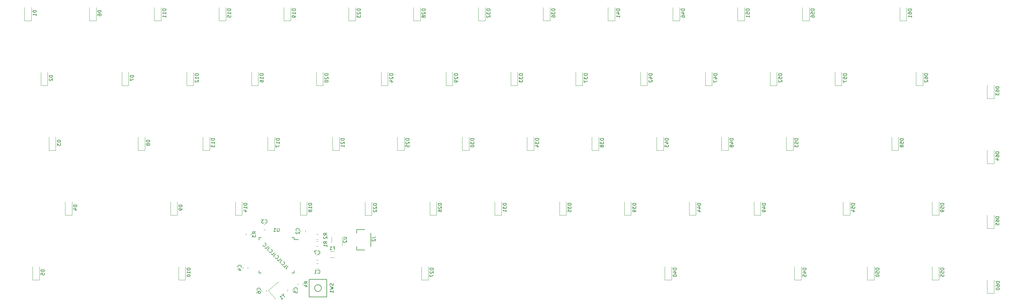
<source format=gbr>
G04 #@! TF.GenerationSoftware,KiCad,Pcbnew,(6.0.1)*
G04 #@! TF.CreationDate,2022-06-09T20:43:53-07:00*
G04 #@! TF.ProjectId,artemis-65,61727465-6d69-4732-9d36-352e6b696361,rev?*
G04 #@! TF.SameCoordinates,Original*
G04 #@! TF.FileFunction,Legend,Bot*
G04 #@! TF.FilePolarity,Positive*
%FSLAX46Y46*%
G04 Gerber Fmt 4.6, Leading zero omitted, Abs format (unit mm)*
G04 Created by KiCad (PCBNEW (6.0.1)) date 2022-06-09 20:43:53*
%MOMM*%
%LPD*%
G01*
G04 APERTURE LIST*
%ADD10C,0.150000*%
%ADD11C,0.120000*%
G04 APERTURE END LIST*
D10*
X94712385Y-100541934D02*
X94207308Y-101047011D01*
X94139965Y-101181698D01*
X94139965Y-101316385D01*
X94207308Y-101451072D01*
X94274652Y-101518415D01*
X93331843Y-100575606D02*
X93668560Y-100912324D01*
X94375667Y-100205217D01*
X92759423Y-99868499D02*
X92759423Y-99935843D01*
X92826766Y-100070530D01*
X92894110Y-100137873D01*
X93028797Y-100205217D01*
X93163484Y-100205217D01*
X93264499Y-100171545D01*
X93432858Y-100070530D01*
X93533873Y-99969514D01*
X93634888Y-99801156D01*
X93668560Y-99700140D01*
X93668560Y-99565453D01*
X93601217Y-99430766D01*
X93533873Y-99363423D01*
X93399186Y-99296079D01*
X93331843Y-99296079D01*
X92894110Y-98723660D02*
X92389034Y-99228736D01*
X92321690Y-99363423D01*
X92321690Y-99498110D01*
X92389034Y-99632797D01*
X92456377Y-99700140D01*
X91513568Y-98757331D02*
X91850286Y-99094049D01*
X92557392Y-98386942D01*
X90941148Y-98050225D02*
X90941148Y-98117568D01*
X91008492Y-98252255D01*
X91075835Y-98319599D01*
X91210522Y-98386942D01*
X91345209Y-98386942D01*
X91446225Y-98353270D01*
X91614583Y-98252255D01*
X91715599Y-98151240D01*
X91816614Y-97982881D01*
X91850286Y-97881866D01*
X91850286Y-97747179D01*
X91782942Y-97612492D01*
X91715599Y-97545148D01*
X91580912Y-97477805D01*
X91513568Y-97477805D01*
X91075835Y-96905385D02*
X90570759Y-97410461D01*
X90503416Y-97545148D01*
X90503416Y-97679835D01*
X90570759Y-97814522D01*
X90638103Y-97881866D01*
X89695294Y-96939057D02*
X90032011Y-97275774D01*
X90739118Y-96568668D01*
X89122874Y-96231950D02*
X89122874Y-96299294D01*
X89190217Y-96433981D01*
X89257561Y-96501324D01*
X89392248Y-96568668D01*
X89526935Y-96568668D01*
X89627950Y-96534996D01*
X89796309Y-96433981D01*
X89897324Y-96332965D01*
X89998339Y-96164607D01*
X90032011Y-96063591D01*
X90032011Y-95928904D01*
X89964668Y-95794217D01*
X89897324Y-95726874D01*
X89762637Y-95659530D01*
X89695294Y-95659530D01*
X89257561Y-95087111D02*
X88752485Y-95592187D01*
X88685141Y-95726874D01*
X88685141Y-95861561D01*
X88752485Y-95996248D01*
X88819828Y-96063591D01*
X87877019Y-95120782D02*
X88213736Y-95457500D01*
X88920843Y-94750393D01*
X87304599Y-94413675D02*
X87304599Y-94481019D01*
X87371943Y-94615706D01*
X87439286Y-94683049D01*
X87573973Y-94750393D01*
X87708660Y-94750393D01*
X87809675Y-94716721D01*
X87978034Y-94615706D01*
X88079049Y-94514691D01*
X88180065Y-94346332D01*
X88213736Y-94245317D01*
X88213736Y-94110630D01*
X88146393Y-93975943D01*
X88079049Y-93908599D01*
X87944362Y-93841256D01*
X87877019Y-93841256D01*
X282646130Y-44029464D02*
X281646130Y-44029464D01*
X281646130Y-44267559D01*
X281693750Y-44410416D01*
X281788988Y-44505654D01*
X281884226Y-44553273D01*
X282074702Y-44600892D01*
X282217559Y-44600892D01*
X282408035Y-44553273D01*
X282503273Y-44505654D01*
X282598511Y-44410416D01*
X282646130Y-44267559D01*
X282646130Y-44029464D01*
X281646130Y-45458035D02*
X281646130Y-45267559D01*
X281693750Y-45172321D01*
X281741369Y-45124702D01*
X281884226Y-45029464D01*
X282074702Y-44981845D01*
X282455654Y-44981845D01*
X282550892Y-45029464D01*
X282598511Y-45077083D01*
X282646130Y-45172321D01*
X282646130Y-45362797D01*
X282598511Y-45458035D01*
X282550892Y-45505654D01*
X282455654Y-45553273D01*
X282217559Y-45553273D01*
X282122321Y-45505654D01*
X282074702Y-45458035D01*
X282027083Y-45362797D01*
X282027083Y-45172321D01*
X282074702Y-45077083D01*
X282122321Y-45029464D01*
X282217559Y-44981845D01*
X281741369Y-45934226D02*
X281693750Y-45981845D01*
X281646130Y-46077083D01*
X281646130Y-46315178D01*
X281693750Y-46410416D01*
X281741369Y-46458035D01*
X281836607Y-46505654D01*
X281931845Y-46505654D01*
X282074702Y-46458035D01*
X282646130Y-45886607D01*
X282646130Y-46505654D01*
X106433630Y-44029464D02*
X105433630Y-44029464D01*
X105433630Y-44267559D01*
X105481250Y-44410416D01*
X105576488Y-44505654D01*
X105671726Y-44553273D01*
X105862202Y-44600892D01*
X106005059Y-44600892D01*
X106195535Y-44553273D01*
X106290773Y-44505654D01*
X106386011Y-44410416D01*
X106433630Y-44267559D01*
X106433630Y-44029464D01*
X105528869Y-44981845D02*
X105481250Y-45029464D01*
X105433630Y-45124702D01*
X105433630Y-45362797D01*
X105481250Y-45458035D01*
X105528869Y-45505654D01*
X105624107Y-45553273D01*
X105719345Y-45553273D01*
X105862202Y-45505654D01*
X106433630Y-44934226D01*
X106433630Y-45553273D01*
X105433630Y-46172321D02*
X105433630Y-46267559D01*
X105481250Y-46362797D01*
X105528869Y-46410416D01*
X105624107Y-46458035D01*
X105814583Y-46505654D01*
X106052678Y-46505654D01*
X106243154Y-46458035D01*
X106338392Y-46410416D01*
X106386011Y-46362797D01*
X106433630Y-46267559D01*
X106433630Y-46172321D01*
X106386011Y-46077083D01*
X106338392Y-46029464D01*
X106243154Y-45981845D01*
X106052678Y-45934226D01*
X105814583Y-45934226D01*
X105624107Y-45981845D01*
X105528869Y-46029464D01*
X105481250Y-46077083D01*
X105433630Y-46172321D01*
X92146130Y-63079464D02*
X91146130Y-63079464D01*
X91146130Y-63317559D01*
X91193750Y-63460416D01*
X91288988Y-63555654D01*
X91384226Y-63603273D01*
X91574702Y-63650892D01*
X91717559Y-63650892D01*
X91908035Y-63603273D01*
X92003273Y-63555654D01*
X92098511Y-63460416D01*
X92146130Y-63317559D01*
X92146130Y-63079464D01*
X92146130Y-64603273D02*
X92146130Y-64031845D01*
X92146130Y-64317559D02*
X91146130Y-64317559D01*
X91288988Y-64222321D01*
X91384226Y-64127083D01*
X91431845Y-64031845D01*
X91146130Y-64936607D02*
X91146130Y-65603273D01*
X92146130Y-65174702D01*
X23089880Y-101655654D02*
X22089880Y-101655654D01*
X22089880Y-101893750D01*
X22137500Y-102036607D01*
X22232738Y-102131845D01*
X22327976Y-102179464D01*
X22518452Y-102227083D01*
X22661309Y-102227083D01*
X22851785Y-102179464D01*
X22947023Y-102131845D01*
X23042261Y-102036607D01*
X23089880Y-101893750D01*
X23089880Y-101655654D01*
X22089880Y-103131845D02*
X22089880Y-102655654D01*
X22566071Y-102608035D01*
X22518452Y-102655654D01*
X22470833Y-102750892D01*
X22470833Y-102988988D01*
X22518452Y-103084226D01*
X22566071Y-103131845D01*
X22661309Y-103179464D01*
X22899404Y-103179464D01*
X22994642Y-103131845D01*
X23042261Y-103084226D01*
X23089880Y-102988988D01*
X23089880Y-102750892D01*
X23042261Y-102655654D01*
X22994642Y-102608035D01*
X287408630Y-101179464D02*
X286408630Y-101179464D01*
X286408630Y-101417559D01*
X286456250Y-101560416D01*
X286551488Y-101655654D01*
X286646726Y-101703273D01*
X286837202Y-101750892D01*
X286980059Y-101750892D01*
X287170535Y-101703273D01*
X287265773Y-101655654D01*
X287361011Y-101560416D01*
X287408630Y-101417559D01*
X287408630Y-101179464D01*
X286408630Y-102655654D02*
X286408630Y-102179464D01*
X286884821Y-102131845D01*
X286837202Y-102179464D01*
X286789583Y-102274702D01*
X286789583Y-102512797D01*
X286837202Y-102608035D01*
X286884821Y-102655654D01*
X286980059Y-102703273D01*
X287218154Y-102703273D01*
X287313392Y-102655654D01*
X287361011Y-102608035D01*
X287408630Y-102512797D01*
X287408630Y-102274702D01*
X287361011Y-102179464D01*
X287313392Y-102131845D01*
X286408630Y-103608035D02*
X286408630Y-103131845D01*
X286884821Y-103084226D01*
X286837202Y-103131845D01*
X286789583Y-103227083D01*
X286789583Y-103465178D01*
X286837202Y-103560416D01*
X286884821Y-103608035D01*
X286980059Y-103655654D01*
X287218154Y-103655654D01*
X287313392Y-103608035D01*
X287361011Y-103560416D01*
X287408630Y-103465178D01*
X287408630Y-103227083D01*
X287361011Y-103131845D01*
X287313392Y-103084226D01*
X137389880Y-101179464D02*
X136389880Y-101179464D01*
X136389880Y-101417559D01*
X136437500Y-101560416D01*
X136532738Y-101655654D01*
X136627976Y-101703273D01*
X136818452Y-101750892D01*
X136961309Y-101750892D01*
X137151785Y-101703273D01*
X137247023Y-101655654D01*
X137342261Y-101560416D01*
X137389880Y-101417559D01*
X137389880Y-101179464D01*
X136485119Y-102131845D02*
X136437500Y-102179464D01*
X136389880Y-102274702D01*
X136389880Y-102512797D01*
X136437500Y-102608035D01*
X136485119Y-102655654D01*
X136580357Y-102703273D01*
X136675595Y-102703273D01*
X136818452Y-102655654D01*
X137389880Y-102084226D01*
X137389880Y-102703273D01*
X136389880Y-103036607D02*
X136389880Y-103703273D01*
X137389880Y-103274702D01*
X97893142Y-90130333D02*
X97940761Y-90082714D01*
X97988380Y-89939857D01*
X97988380Y-89844619D01*
X97940761Y-89701761D01*
X97845523Y-89606523D01*
X97750285Y-89558904D01*
X97559809Y-89511285D01*
X97416952Y-89511285D01*
X97226476Y-89558904D01*
X97131238Y-89606523D01*
X97036000Y-89701761D01*
X96988380Y-89844619D01*
X96988380Y-89939857D01*
X97036000Y-90082714D01*
X97083619Y-90130333D01*
X97083619Y-90511285D02*
X97036000Y-90558904D01*
X96988380Y-90654142D01*
X96988380Y-90892238D01*
X97036000Y-90987476D01*
X97083619Y-91035095D01*
X97178857Y-91082714D01*
X97274095Y-91082714D01*
X97416952Y-91035095D01*
X97988380Y-90463666D01*
X97988380Y-91082714D01*
X58808630Y-24979464D02*
X57808630Y-24979464D01*
X57808630Y-25217559D01*
X57856250Y-25360416D01*
X57951488Y-25455654D01*
X58046726Y-25503273D01*
X58237202Y-25550892D01*
X58380059Y-25550892D01*
X58570535Y-25503273D01*
X58665773Y-25455654D01*
X58761011Y-25360416D01*
X58808630Y-25217559D01*
X58808630Y-24979464D01*
X58808630Y-26503273D02*
X58808630Y-25931845D01*
X58808630Y-26217559D02*
X57808630Y-26217559D01*
X57951488Y-26122321D01*
X58046726Y-26027083D01*
X58094345Y-25931845D01*
X58808630Y-27455654D02*
X58808630Y-26884226D01*
X58808630Y-27169940D02*
X57808630Y-27169940D01*
X57951488Y-27074702D01*
X58046726Y-26979464D01*
X58094345Y-26884226D01*
X158821130Y-82129464D02*
X157821130Y-82129464D01*
X157821130Y-82367559D01*
X157868750Y-82510416D01*
X157963988Y-82605654D01*
X158059226Y-82653273D01*
X158249702Y-82700892D01*
X158392559Y-82700892D01*
X158583035Y-82653273D01*
X158678273Y-82605654D01*
X158773511Y-82510416D01*
X158821130Y-82367559D01*
X158821130Y-82129464D01*
X157821130Y-83034226D02*
X157821130Y-83653273D01*
X158202083Y-83319940D01*
X158202083Y-83462797D01*
X158249702Y-83558035D01*
X158297321Y-83605654D01*
X158392559Y-83653273D01*
X158630654Y-83653273D01*
X158725892Y-83605654D01*
X158773511Y-83558035D01*
X158821130Y-83462797D01*
X158821130Y-83177083D01*
X158773511Y-83081845D01*
X158725892Y-83034226D01*
X158821130Y-84605654D02*
X158821130Y-84034226D01*
X158821130Y-84319940D02*
X157821130Y-84319940D01*
X157963988Y-84224702D01*
X158059226Y-84129464D01*
X158106845Y-84034226D01*
X87383630Y-44029464D02*
X86383630Y-44029464D01*
X86383630Y-44267559D01*
X86431250Y-44410416D01*
X86526488Y-44505654D01*
X86621726Y-44553273D01*
X86812202Y-44600892D01*
X86955059Y-44600892D01*
X87145535Y-44553273D01*
X87240773Y-44505654D01*
X87336011Y-44410416D01*
X87383630Y-44267559D01*
X87383630Y-44029464D01*
X87383630Y-45553273D02*
X87383630Y-44981845D01*
X87383630Y-45267559D02*
X86383630Y-45267559D01*
X86526488Y-45172321D01*
X86621726Y-45077083D01*
X86669345Y-44981845D01*
X86383630Y-46410416D02*
X86383630Y-46219940D01*
X86431250Y-46124702D01*
X86478869Y-46077083D01*
X86621726Y-45981845D01*
X86812202Y-45934226D01*
X87193154Y-45934226D01*
X87288392Y-45981845D01*
X87336011Y-46029464D01*
X87383630Y-46124702D01*
X87383630Y-46315178D01*
X87336011Y-46410416D01*
X87288392Y-46458035D01*
X87193154Y-46505654D01*
X86955059Y-46505654D01*
X86859821Y-46458035D01*
X86812202Y-46410416D01*
X86764583Y-46315178D01*
X86764583Y-46124702D01*
X86812202Y-46029464D01*
X86859821Y-45981845D01*
X86955059Y-45934226D01*
X100400380Y-105700533D02*
X99924190Y-105367200D01*
X100400380Y-105129104D02*
X99400380Y-105129104D01*
X99400380Y-105510057D01*
X99448000Y-105605295D01*
X99495619Y-105652914D01*
X99590857Y-105700533D01*
X99733714Y-105700533D01*
X99828952Y-105652914D01*
X99876571Y-105605295D01*
X99924190Y-105510057D01*
X99924190Y-105129104D01*
X99733714Y-106557676D02*
X100400380Y-106557676D01*
X99352761Y-106319580D02*
X100067047Y-106081485D01*
X100067047Y-106700533D01*
X27852380Y-63555654D02*
X26852380Y-63555654D01*
X26852380Y-63793750D01*
X26900000Y-63936607D01*
X26995238Y-64031845D01*
X27090476Y-64079464D01*
X27280952Y-64127083D01*
X27423809Y-64127083D01*
X27614285Y-64079464D01*
X27709523Y-64031845D01*
X27804761Y-63936607D01*
X27852380Y-63793750D01*
X27852380Y-63555654D01*
X26852380Y-64460416D02*
X26852380Y-65079464D01*
X27233333Y-64746130D01*
X27233333Y-64888988D01*
X27280952Y-64984226D01*
X27328571Y-65031845D01*
X27423809Y-65079464D01*
X27661904Y-65079464D01*
X27757142Y-65031845D01*
X27804761Y-64984226D01*
X27852380Y-64888988D01*
X27852380Y-64603273D01*
X27804761Y-64508035D01*
X27757142Y-64460416D01*
X211208630Y-24979464D02*
X210208630Y-24979464D01*
X210208630Y-25217559D01*
X210256250Y-25360416D01*
X210351488Y-25455654D01*
X210446726Y-25503273D01*
X210637202Y-25550892D01*
X210780059Y-25550892D01*
X210970535Y-25503273D01*
X211065773Y-25455654D01*
X211161011Y-25360416D01*
X211208630Y-25217559D01*
X211208630Y-24979464D01*
X210541964Y-26408035D02*
X211208630Y-26408035D01*
X210161011Y-26169940D02*
X210875297Y-25931845D01*
X210875297Y-26550892D01*
X210208630Y-27360416D02*
X210208630Y-27169940D01*
X210256250Y-27074702D01*
X210303869Y-27027083D01*
X210446726Y-26931845D01*
X210637202Y-26884226D01*
X211018154Y-26884226D01*
X211113392Y-26931845D01*
X211161011Y-26979464D01*
X211208630Y-27074702D01*
X211208630Y-27265178D01*
X211161011Y-27360416D01*
X211113392Y-27408035D01*
X211018154Y-27455654D01*
X210780059Y-27455654D01*
X210684821Y-27408035D01*
X210637202Y-27360416D01*
X210589583Y-27265178D01*
X210589583Y-27074702D01*
X210637202Y-26979464D01*
X210684821Y-26931845D01*
X210780059Y-26884226D01*
X107948361Y-105702266D02*
X107995980Y-105845123D01*
X107995980Y-106083219D01*
X107948361Y-106178457D01*
X107900742Y-106226076D01*
X107805504Y-106273695D01*
X107710266Y-106273695D01*
X107615028Y-106226076D01*
X107567409Y-106178457D01*
X107519790Y-106083219D01*
X107472171Y-105892742D01*
X107424552Y-105797504D01*
X107376933Y-105749885D01*
X107281695Y-105702266D01*
X107186457Y-105702266D01*
X107091219Y-105749885D01*
X107043600Y-105797504D01*
X106995980Y-105892742D01*
X106995980Y-106130838D01*
X107043600Y-106273695D01*
X106995980Y-106607028D02*
X107995980Y-106845123D01*
X107281695Y-107035600D01*
X107995980Y-107226076D01*
X106995980Y-107464171D01*
X107995980Y-108368933D02*
X107995980Y-107797504D01*
X107995980Y-108083219D02*
X106995980Y-108083219D01*
X107138838Y-107987980D01*
X107234076Y-107892742D01*
X107281695Y-107797504D01*
X177871130Y-82129464D02*
X176871130Y-82129464D01*
X176871130Y-82367559D01*
X176918750Y-82510416D01*
X177013988Y-82605654D01*
X177109226Y-82653273D01*
X177299702Y-82700892D01*
X177442559Y-82700892D01*
X177633035Y-82653273D01*
X177728273Y-82605654D01*
X177823511Y-82510416D01*
X177871130Y-82367559D01*
X177871130Y-82129464D01*
X176871130Y-83034226D02*
X176871130Y-83653273D01*
X177252083Y-83319940D01*
X177252083Y-83462797D01*
X177299702Y-83558035D01*
X177347321Y-83605654D01*
X177442559Y-83653273D01*
X177680654Y-83653273D01*
X177775892Y-83605654D01*
X177823511Y-83558035D01*
X177871130Y-83462797D01*
X177871130Y-83177083D01*
X177823511Y-83081845D01*
X177775892Y-83034226D01*
X176871130Y-84558035D02*
X176871130Y-84081845D01*
X177347321Y-84034226D01*
X177299702Y-84081845D01*
X177252083Y-84177083D01*
X177252083Y-84415178D01*
X177299702Y-84510416D01*
X177347321Y-84558035D01*
X177442559Y-84605654D01*
X177680654Y-84605654D01*
X177775892Y-84558035D01*
X177823511Y-84510416D01*
X177871130Y-84415178D01*
X177871130Y-84177083D01*
X177823511Y-84081845D01*
X177775892Y-84034226D01*
X97287142Y-107529333D02*
X97334761Y-107481714D01*
X97382380Y-107338857D01*
X97382380Y-107243619D01*
X97334761Y-107100761D01*
X97239523Y-107005523D01*
X97144285Y-106957904D01*
X96953809Y-106910285D01*
X96810952Y-106910285D01*
X96620476Y-106957904D01*
X96525238Y-107005523D01*
X96430000Y-107100761D01*
X96382380Y-107243619D01*
X96382380Y-107338857D01*
X96430000Y-107481714D01*
X96477619Y-107529333D01*
X96382380Y-108434095D02*
X96382380Y-107957904D01*
X96858571Y-107910285D01*
X96810952Y-107957904D01*
X96763333Y-108053142D01*
X96763333Y-108291238D01*
X96810952Y-108386476D01*
X96858571Y-108434095D01*
X96953809Y-108481714D01*
X97191904Y-108481714D01*
X97287142Y-108434095D01*
X97334761Y-108386476D01*
X97382380Y-108291238D01*
X97382380Y-108053142D01*
X97334761Y-107957904D01*
X97287142Y-107910285D01*
X110919980Y-92075095D02*
X111729504Y-92075095D01*
X111824742Y-92122714D01*
X111872361Y-92170333D01*
X111919980Y-92265571D01*
X111919980Y-92456047D01*
X111872361Y-92551285D01*
X111824742Y-92598904D01*
X111729504Y-92646523D01*
X110919980Y-92646523D01*
X111015219Y-93075095D02*
X110967600Y-93122714D01*
X110919980Y-93217952D01*
X110919980Y-93456047D01*
X110967600Y-93551285D01*
X111015219Y-93598904D01*
X111110457Y-93646523D01*
X111205695Y-93646523D01*
X111348552Y-93598904D01*
X111919980Y-93027476D01*
X111919980Y-93646523D01*
X268358630Y-101179464D02*
X267358630Y-101179464D01*
X267358630Y-101417559D01*
X267406250Y-101560416D01*
X267501488Y-101655654D01*
X267596726Y-101703273D01*
X267787202Y-101750892D01*
X267930059Y-101750892D01*
X268120535Y-101703273D01*
X268215773Y-101655654D01*
X268311011Y-101560416D01*
X268358630Y-101417559D01*
X268358630Y-101179464D01*
X267358630Y-102655654D02*
X267358630Y-102179464D01*
X267834821Y-102131845D01*
X267787202Y-102179464D01*
X267739583Y-102274702D01*
X267739583Y-102512797D01*
X267787202Y-102608035D01*
X267834821Y-102655654D01*
X267930059Y-102703273D01*
X268168154Y-102703273D01*
X268263392Y-102655654D01*
X268311011Y-102608035D01*
X268358630Y-102512797D01*
X268358630Y-102274702D01*
X268311011Y-102179464D01*
X268263392Y-102131845D01*
X267358630Y-103322321D02*
X267358630Y-103417559D01*
X267406250Y-103512797D01*
X267453869Y-103560416D01*
X267549107Y-103608035D01*
X267739583Y-103655654D01*
X267977678Y-103655654D01*
X268168154Y-103608035D01*
X268263392Y-103560416D01*
X268311011Y-103512797D01*
X268358630Y-103417559D01*
X268358630Y-103322321D01*
X268311011Y-103227083D01*
X268263392Y-103179464D01*
X268168154Y-103131845D01*
X267977678Y-103084226D01*
X267739583Y-103084226D01*
X267549107Y-103131845D01*
X267453869Y-103179464D01*
X267406250Y-103227083D01*
X267358630Y-103322321D01*
X239783630Y-44029464D02*
X238783630Y-44029464D01*
X238783630Y-44267559D01*
X238831250Y-44410416D01*
X238926488Y-44505654D01*
X239021726Y-44553273D01*
X239212202Y-44600892D01*
X239355059Y-44600892D01*
X239545535Y-44553273D01*
X239640773Y-44505654D01*
X239736011Y-44410416D01*
X239783630Y-44267559D01*
X239783630Y-44029464D01*
X238783630Y-45505654D02*
X238783630Y-45029464D01*
X239259821Y-44981845D01*
X239212202Y-45029464D01*
X239164583Y-45124702D01*
X239164583Y-45362797D01*
X239212202Y-45458035D01*
X239259821Y-45505654D01*
X239355059Y-45553273D01*
X239593154Y-45553273D01*
X239688392Y-45505654D01*
X239736011Y-45458035D01*
X239783630Y-45362797D01*
X239783630Y-45124702D01*
X239736011Y-45029464D01*
X239688392Y-44981845D01*
X238878869Y-45934226D02*
X238831250Y-45981845D01*
X238783630Y-46077083D01*
X238783630Y-46315178D01*
X238831250Y-46410416D01*
X238878869Y-46458035D01*
X238974107Y-46505654D01*
X239069345Y-46505654D01*
X239212202Y-46458035D01*
X239783630Y-45886607D01*
X239783630Y-46505654D01*
X115958630Y-24979464D02*
X114958630Y-24979464D01*
X114958630Y-25217559D01*
X115006250Y-25360416D01*
X115101488Y-25455654D01*
X115196726Y-25503273D01*
X115387202Y-25550892D01*
X115530059Y-25550892D01*
X115720535Y-25503273D01*
X115815773Y-25455654D01*
X115911011Y-25360416D01*
X115958630Y-25217559D01*
X115958630Y-24979464D01*
X115053869Y-25931845D02*
X115006250Y-25979464D01*
X114958630Y-26074702D01*
X114958630Y-26312797D01*
X115006250Y-26408035D01*
X115053869Y-26455654D01*
X115149107Y-26503273D01*
X115244345Y-26503273D01*
X115387202Y-26455654D01*
X115958630Y-25884226D01*
X115958630Y-26503273D01*
X114958630Y-26836607D02*
X114958630Y-27455654D01*
X115339583Y-27122321D01*
X115339583Y-27265178D01*
X115387202Y-27360416D01*
X115434821Y-27408035D01*
X115530059Y-27455654D01*
X115768154Y-27455654D01*
X115863392Y-27408035D01*
X115911011Y-27360416D01*
X115958630Y-27265178D01*
X115958630Y-26979464D01*
X115911011Y-26884226D01*
X115863392Y-26836607D01*
X235021130Y-82129464D02*
X234021130Y-82129464D01*
X234021130Y-82367559D01*
X234068750Y-82510416D01*
X234163988Y-82605654D01*
X234259226Y-82653273D01*
X234449702Y-82700892D01*
X234592559Y-82700892D01*
X234783035Y-82653273D01*
X234878273Y-82605654D01*
X234973511Y-82510416D01*
X235021130Y-82367559D01*
X235021130Y-82129464D01*
X234354464Y-83558035D02*
X235021130Y-83558035D01*
X233973511Y-83319940D02*
X234687797Y-83081845D01*
X234687797Y-83700892D01*
X235021130Y-84129464D02*
X235021130Y-84319940D01*
X234973511Y-84415178D01*
X234925892Y-84462797D01*
X234783035Y-84558035D01*
X234592559Y-84605654D01*
X234211607Y-84605654D01*
X234116369Y-84558035D01*
X234068750Y-84510416D01*
X234021130Y-84415178D01*
X234021130Y-84224702D01*
X234068750Y-84129464D01*
X234116369Y-84081845D01*
X234211607Y-84034226D01*
X234449702Y-84034226D01*
X234544940Y-84081845D01*
X234592559Y-84129464D01*
X234640178Y-84224702D01*
X234640178Y-84415178D01*
X234592559Y-84510416D01*
X234544940Y-84558035D01*
X234449702Y-84605654D01*
X261214880Y-82129464D02*
X260214880Y-82129464D01*
X260214880Y-82367559D01*
X260262500Y-82510416D01*
X260357738Y-82605654D01*
X260452976Y-82653273D01*
X260643452Y-82700892D01*
X260786309Y-82700892D01*
X260976785Y-82653273D01*
X261072023Y-82605654D01*
X261167261Y-82510416D01*
X261214880Y-82367559D01*
X261214880Y-82129464D01*
X260214880Y-83605654D02*
X260214880Y-83129464D01*
X260691071Y-83081845D01*
X260643452Y-83129464D01*
X260595833Y-83224702D01*
X260595833Y-83462797D01*
X260643452Y-83558035D01*
X260691071Y-83605654D01*
X260786309Y-83653273D01*
X261024404Y-83653273D01*
X261119642Y-83605654D01*
X261167261Y-83558035D01*
X261214880Y-83462797D01*
X261214880Y-83224702D01*
X261167261Y-83129464D01*
X261119642Y-83081845D01*
X260548214Y-84510416D02*
X261214880Y-84510416D01*
X260167261Y-84272321D02*
X260881547Y-84034226D01*
X260881547Y-84653273D01*
X144533630Y-44029464D02*
X143533630Y-44029464D01*
X143533630Y-44267559D01*
X143581250Y-44410416D01*
X143676488Y-44505654D01*
X143771726Y-44553273D01*
X143962202Y-44600892D01*
X144105059Y-44600892D01*
X144295535Y-44553273D01*
X144390773Y-44505654D01*
X144486011Y-44410416D01*
X144533630Y-44267559D01*
X144533630Y-44029464D01*
X143628869Y-44981845D02*
X143581250Y-45029464D01*
X143533630Y-45124702D01*
X143533630Y-45362797D01*
X143581250Y-45458035D01*
X143628869Y-45505654D01*
X143724107Y-45553273D01*
X143819345Y-45553273D01*
X143962202Y-45505654D01*
X144533630Y-44934226D01*
X144533630Y-45553273D01*
X144533630Y-46029464D02*
X144533630Y-46219940D01*
X144486011Y-46315178D01*
X144438392Y-46362797D01*
X144295535Y-46458035D01*
X144105059Y-46505654D01*
X143724107Y-46505654D01*
X143628869Y-46458035D01*
X143581250Y-46410416D01*
X143533630Y-46315178D01*
X143533630Y-46124702D01*
X143581250Y-46029464D01*
X143628869Y-45981845D01*
X143724107Y-45934226D01*
X143962202Y-45934226D01*
X144057440Y-45981845D01*
X144105059Y-46029464D01*
X144152678Y-46124702D01*
X144152678Y-46315178D01*
X144105059Y-46410416D01*
X144057440Y-46458035D01*
X143962202Y-46505654D01*
X63571130Y-82605654D02*
X62571130Y-82605654D01*
X62571130Y-82843750D01*
X62618750Y-82986607D01*
X62713988Y-83081845D01*
X62809226Y-83129464D01*
X62999702Y-83177083D01*
X63142559Y-83177083D01*
X63333035Y-83129464D01*
X63428273Y-83081845D01*
X63523511Y-82986607D01*
X63571130Y-82843750D01*
X63571130Y-82605654D01*
X63571130Y-83653273D02*
X63571130Y-83843750D01*
X63523511Y-83938988D01*
X63475892Y-83986607D01*
X63333035Y-84081845D01*
X63142559Y-84129464D01*
X62761607Y-84129464D01*
X62666369Y-84081845D01*
X62618750Y-84034226D01*
X62571130Y-83938988D01*
X62571130Y-83748511D01*
X62618750Y-83653273D01*
X62666369Y-83605654D01*
X62761607Y-83558035D01*
X62999702Y-83558035D01*
X63094940Y-83605654D01*
X63142559Y-83653273D01*
X63190178Y-83748511D01*
X63190178Y-83938988D01*
X63142559Y-84034226D01*
X63094940Y-84081845D01*
X62999702Y-84129464D01*
X258833630Y-44029464D02*
X257833630Y-44029464D01*
X257833630Y-44267559D01*
X257881250Y-44410416D01*
X257976488Y-44505654D01*
X258071726Y-44553273D01*
X258262202Y-44600892D01*
X258405059Y-44600892D01*
X258595535Y-44553273D01*
X258690773Y-44505654D01*
X258786011Y-44410416D01*
X258833630Y-44267559D01*
X258833630Y-44029464D01*
X257833630Y-45505654D02*
X257833630Y-45029464D01*
X258309821Y-44981845D01*
X258262202Y-45029464D01*
X258214583Y-45124702D01*
X258214583Y-45362797D01*
X258262202Y-45458035D01*
X258309821Y-45505654D01*
X258405059Y-45553273D01*
X258643154Y-45553273D01*
X258738392Y-45505654D01*
X258786011Y-45458035D01*
X258833630Y-45362797D01*
X258833630Y-45124702D01*
X258786011Y-45029464D01*
X258738392Y-44981845D01*
X257833630Y-45886607D02*
X257833630Y-46553273D01*
X258833630Y-46124702D01*
X92043154Y-89411380D02*
X92043154Y-90220904D01*
X91995535Y-90316142D01*
X91947916Y-90363761D01*
X91852678Y-90411380D01*
X91662202Y-90411380D01*
X91566964Y-90363761D01*
X91519345Y-90316142D01*
X91471726Y-90220904D01*
X91471726Y-89411380D01*
X90471726Y-90411380D02*
X91043154Y-90411380D01*
X90757440Y-90411380D02*
X90757440Y-89411380D01*
X90852678Y-89554238D01*
X90947916Y-89649476D01*
X91043154Y-89697095D01*
X168346130Y-63079464D02*
X167346130Y-63079464D01*
X167346130Y-63317559D01*
X167393750Y-63460416D01*
X167488988Y-63555654D01*
X167584226Y-63603273D01*
X167774702Y-63650892D01*
X167917559Y-63650892D01*
X168108035Y-63603273D01*
X168203273Y-63555654D01*
X168298511Y-63460416D01*
X168346130Y-63317559D01*
X168346130Y-63079464D01*
X167346130Y-63984226D02*
X167346130Y-64603273D01*
X167727083Y-64269940D01*
X167727083Y-64412797D01*
X167774702Y-64508035D01*
X167822321Y-64555654D01*
X167917559Y-64603273D01*
X168155654Y-64603273D01*
X168250892Y-64555654D01*
X168298511Y-64508035D01*
X168346130Y-64412797D01*
X168346130Y-64127083D01*
X168298511Y-64031845D01*
X168250892Y-63984226D01*
X167679464Y-65460416D02*
X168346130Y-65460416D01*
X167298511Y-65222321D02*
X168012797Y-64984226D01*
X168012797Y-65603273D01*
X154058630Y-24979464D02*
X153058630Y-24979464D01*
X153058630Y-25217559D01*
X153106250Y-25360416D01*
X153201488Y-25455654D01*
X153296726Y-25503273D01*
X153487202Y-25550892D01*
X153630059Y-25550892D01*
X153820535Y-25503273D01*
X153915773Y-25455654D01*
X154011011Y-25360416D01*
X154058630Y-25217559D01*
X154058630Y-24979464D01*
X153058630Y-25884226D02*
X153058630Y-26503273D01*
X153439583Y-26169940D01*
X153439583Y-26312797D01*
X153487202Y-26408035D01*
X153534821Y-26455654D01*
X153630059Y-26503273D01*
X153868154Y-26503273D01*
X153963392Y-26455654D01*
X154011011Y-26408035D01*
X154058630Y-26312797D01*
X154058630Y-26027083D01*
X154011011Y-25931845D01*
X153963392Y-25884226D01*
X153153869Y-26884226D02*
X153106250Y-26931845D01*
X153058630Y-27027083D01*
X153058630Y-27265178D01*
X153106250Y-27360416D01*
X153153869Y-27408035D01*
X153249107Y-27455654D01*
X153344345Y-27455654D01*
X153487202Y-27408035D01*
X154058630Y-26836607D01*
X154058630Y-27455654D01*
X192158630Y-24979464D02*
X191158630Y-24979464D01*
X191158630Y-25217559D01*
X191206250Y-25360416D01*
X191301488Y-25455654D01*
X191396726Y-25503273D01*
X191587202Y-25550892D01*
X191730059Y-25550892D01*
X191920535Y-25503273D01*
X192015773Y-25455654D01*
X192111011Y-25360416D01*
X192158630Y-25217559D01*
X192158630Y-24979464D01*
X191491964Y-26408035D02*
X192158630Y-26408035D01*
X191111011Y-26169940D02*
X191825297Y-25931845D01*
X191825297Y-26550892D01*
X192158630Y-27455654D02*
X192158630Y-26884226D01*
X192158630Y-27169940D02*
X191158630Y-27169940D01*
X191301488Y-27074702D01*
X191396726Y-26979464D01*
X191444345Y-26884226D01*
X125483630Y-44029464D02*
X124483630Y-44029464D01*
X124483630Y-44267559D01*
X124531250Y-44410416D01*
X124626488Y-44505654D01*
X124721726Y-44553273D01*
X124912202Y-44600892D01*
X125055059Y-44600892D01*
X125245535Y-44553273D01*
X125340773Y-44505654D01*
X125436011Y-44410416D01*
X125483630Y-44267559D01*
X125483630Y-44029464D01*
X124578869Y-44981845D02*
X124531250Y-45029464D01*
X124483630Y-45124702D01*
X124483630Y-45362797D01*
X124531250Y-45458035D01*
X124578869Y-45505654D01*
X124674107Y-45553273D01*
X124769345Y-45553273D01*
X124912202Y-45505654D01*
X125483630Y-44934226D01*
X125483630Y-45553273D01*
X124816964Y-46410416D02*
X125483630Y-46410416D01*
X124436011Y-46172321D02*
X125150297Y-45934226D01*
X125150297Y-46553273D01*
X111196130Y-63079464D02*
X110196130Y-63079464D01*
X110196130Y-63317559D01*
X110243750Y-63460416D01*
X110338988Y-63555654D01*
X110434226Y-63603273D01*
X110624702Y-63650892D01*
X110767559Y-63650892D01*
X110958035Y-63603273D01*
X111053273Y-63555654D01*
X111148511Y-63460416D01*
X111196130Y-63317559D01*
X111196130Y-63079464D01*
X110291369Y-64031845D02*
X110243750Y-64079464D01*
X110196130Y-64174702D01*
X110196130Y-64412797D01*
X110243750Y-64508035D01*
X110291369Y-64555654D01*
X110386607Y-64603273D01*
X110481845Y-64603273D01*
X110624702Y-64555654D01*
X111196130Y-63984226D01*
X111196130Y-64603273D01*
X111196130Y-65555654D02*
X111196130Y-64984226D01*
X111196130Y-65269940D02*
X110196130Y-65269940D01*
X110338988Y-65174702D01*
X110434226Y-65079464D01*
X110481845Y-64984226D01*
X277883630Y-24979464D02*
X276883630Y-24979464D01*
X276883630Y-25217559D01*
X276931250Y-25360416D01*
X277026488Y-25455654D01*
X277121726Y-25503273D01*
X277312202Y-25550892D01*
X277455059Y-25550892D01*
X277645535Y-25503273D01*
X277740773Y-25455654D01*
X277836011Y-25360416D01*
X277883630Y-25217559D01*
X277883630Y-24979464D01*
X276883630Y-26408035D02*
X276883630Y-26217559D01*
X276931250Y-26122321D01*
X276978869Y-26074702D01*
X277121726Y-25979464D01*
X277312202Y-25931845D01*
X277693154Y-25931845D01*
X277788392Y-25979464D01*
X277836011Y-26027083D01*
X277883630Y-26122321D01*
X277883630Y-26312797D01*
X277836011Y-26408035D01*
X277788392Y-26455654D01*
X277693154Y-26503273D01*
X277455059Y-26503273D01*
X277359821Y-26455654D01*
X277312202Y-26408035D01*
X277264583Y-26312797D01*
X277264583Y-26122321D01*
X277312202Y-26027083D01*
X277359821Y-25979464D01*
X277455059Y-25931845D01*
X277883630Y-27455654D02*
X277883630Y-26884226D01*
X277883630Y-27169940D02*
X276883630Y-27169940D01*
X277026488Y-27074702D01*
X277121726Y-26979464D01*
X277169345Y-26884226D01*
X93364308Y-109248480D02*
X93670397Y-109613263D01*
X93282958Y-108632956D02*
X93364308Y-109248480D01*
X92772262Y-109061481D01*
X92758440Y-110378486D02*
X93196179Y-110011179D01*
X92977310Y-110194833D02*
X92334522Y-109428788D01*
X92499305Y-109477005D01*
X92633480Y-109488744D01*
X92737045Y-109464005D01*
X215971130Y-82129464D02*
X214971130Y-82129464D01*
X214971130Y-82367559D01*
X215018750Y-82510416D01*
X215113988Y-82605654D01*
X215209226Y-82653273D01*
X215399702Y-82700892D01*
X215542559Y-82700892D01*
X215733035Y-82653273D01*
X215828273Y-82605654D01*
X215923511Y-82510416D01*
X215971130Y-82367559D01*
X215971130Y-82129464D01*
X215304464Y-83558035D02*
X215971130Y-83558035D01*
X214923511Y-83319940D02*
X215637797Y-83081845D01*
X215637797Y-83700892D01*
X215304464Y-84510416D02*
X215971130Y-84510416D01*
X214923511Y-84272321D02*
X215637797Y-84034226D01*
X215637797Y-84653273D01*
X182633630Y-44029464D02*
X181633630Y-44029464D01*
X181633630Y-44267559D01*
X181681250Y-44410416D01*
X181776488Y-44505654D01*
X181871726Y-44553273D01*
X182062202Y-44600892D01*
X182205059Y-44600892D01*
X182395535Y-44553273D01*
X182490773Y-44505654D01*
X182586011Y-44410416D01*
X182633630Y-44267559D01*
X182633630Y-44029464D01*
X181633630Y-44934226D02*
X181633630Y-45553273D01*
X182014583Y-45219940D01*
X182014583Y-45362797D01*
X182062202Y-45458035D01*
X182109821Y-45505654D01*
X182205059Y-45553273D01*
X182443154Y-45553273D01*
X182538392Y-45505654D01*
X182586011Y-45458035D01*
X182633630Y-45362797D01*
X182633630Y-45077083D01*
X182586011Y-44981845D01*
X182538392Y-44934226D01*
X181633630Y-45886607D02*
X181633630Y-46553273D01*
X182633630Y-46124702D01*
X275502380Y-63079464D02*
X274502380Y-63079464D01*
X274502380Y-63317559D01*
X274550000Y-63460416D01*
X274645238Y-63555654D01*
X274740476Y-63603273D01*
X274930952Y-63650892D01*
X275073809Y-63650892D01*
X275264285Y-63603273D01*
X275359523Y-63555654D01*
X275454761Y-63460416D01*
X275502380Y-63317559D01*
X275502380Y-63079464D01*
X274502380Y-64555654D02*
X274502380Y-64079464D01*
X274978571Y-64031845D01*
X274930952Y-64079464D01*
X274883333Y-64174702D01*
X274883333Y-64412797D01*
X274930952Y-64508035D01*
X274978571Y-64555654D01*
X275073809Y-64603273D01*
X275311904Y-64603273D01*
X275407142Y-64555654D01*
X275454761Y-64508035D01*
X275502380Y-64412797D01*
X275502380Y-64174702D01*
X275454761Y-64079464D01*
X275407142Y-64031845D01*
X274930952Y-65174702D02*
X274883333Y-65079464D01*
X274835714Y-65031845D01*
X274740476Y-64984226D01*
X274692857Y-64984226D01*
X274597619Y-65031845D01*
X274550000Y-65079464D01*
X274502380Y-65174702D01*
X274502380Y-65365178D01*
X274550000Y-65460416D01*
X274597619Y-65508035D01*
X274692857Y-65555654D01*
X274740476Y-65555654D01*
X274835714Y-65508035D01*
X274883333Y-65460416D01*
X274930952Y-65365178D01*
X274930952Y-65174702D01*
X274978571Y-65079464D01*
X275026190Y-65031845D01*
X275121428Y-64984226D01*
X275311904Y-64984226D01*
X275407142Y-65031845D01*
X275454761Y-65079464D01*
X275502380Y-65174702D01*
X275502380Y-65365178D01*
X275454761Y-65460416D01*
X275407142Y-65508035D01*
X275311904Y-65555654D01*
X275121428Y-65555654D01*
X275026190Y-65508035D01*
X274978571Y-65460416D01*
X274930952Y-65365178D01*
X39758630Y-25455654D02*
X38758630Y-25455654D01*
X38758630Y-25693750D01*
X38806250Y-25836607D01*
X38901488Y-25931845D01*
X38996726Y-25979464D01*
X39187202Y-26027083D01*
X39330059Y-26027083D01*
X39520535Y-25979464D01*
X39615773Y-25931845D01*
X39711011Y-25836607D01*
X39758630Y-25693750D01*
X39758630Y-25455654D01*
X38758630Y-26884226D02*
X38758630Y-26693750D01*
X38806250Y-26598511D01*
X38853869Y-26550892D01*
X38996726Y-26455654D01*
X39187202Y-26408035D01*
X39568154Y-26408035D01*
X39663392Y-26455654D01*
X39711011Y-26503273D01*
X39758630Y-26598511D01*
X39758630Y-26788988D01*
X39711011Y-26884226D01*
X39663392Y-26931845D01*
X39568154Y-26979464D01*
X39330059Y-26979464D01*
X39234821Y-26931845D01*
X39187202Y-26884226D01*
X39139583Y-26788988D01*
X39139583Y-26598511D01*
X39187202Y-26503273D01*
X39234821Y-26455654D01*
X39330059Y-26408035D01*
X208827380Y-101179464D02*
X207827380Y-101179464D01*
X207827380Y-101417559D01*
X207875000Y-101560416D01*
X207970238Y-101655654D01*
X208065476Y-101703273D01*
X208255952Y-101750892D01*
X208398809Y-101750892D01*
X208589285Y-101703273D01*
X208684523Y-101655654D01*
X208779761Y-101560416D01*
X208827380Y-101417559D01*
X208827380Y-101179464D01*
X208160714Y-102608035D02*
X208827380Y-102608035D01*
X207779761Y-102369940D02*
X208494047Y-102131845D01*
X208494047Y-102750892D01*
X207827380Y-103322321D02*
X207827380Y-103417559D01*
X207875000Y-103512797D01*
X207922619Y-103560416D01*
X208017857Y-103608035D01*
X208208333Y-103655654D01*
X208446428Y-103655654D01*
X208636904Y-103608035D01*
X208732142Y-103560416D01*
X208779761Y-103512797D01*
X208827380Y-103417559D01*
X208827380Y-103322321D01*
X208779761Y-103227083D01*
X208732142Y-103179464D01*
X208636904Y-103131845D01*
X208446428Y-103084226D01*
X208208333Y-103084226D01*
X208017857Y-103131845D01*
X207922619Y-103179464D01*
X207875000Y-103227083D01*
X207827380Y-103322321D01*
X206446130Y-63079464D02*
X205446130Y-63079464D01*
X205446130Y-63317559D01*
X205493750Y-63460416D01*
X205588988Y-63555654D01*
X205684226Y-63603273D01*
X205874702Y-63650892D01*
X206017559Y-63650892D01*
X206208035Y-63603273D01*
X206303273Y-63555654D01*
X206398511Y-63460416D01*
X206446130Y-63317559D01*
X206446130Y-63079464D01*
X205779464Y-64508035D02*
X206446130Y-64508035D01*
X205398511Y-64269940D02*
X206112797Y-64031845D01*
X206112797Y-64650892D01*
X205446130Y-64936607D02*
X205446130Y-65555654D01*
X205827083Y-65222321D01*
X205827083Y-65365178D01*
X205874702Y-65460416D01*
X205922321Y-65508035D01*
X206017559Y-65555654D01*
X206255654Y-65555654D01*
X206350892Y-65508035D01*
X206398511Y-65460416D01*
X206446130Y-65365178D01*
X206446130Y-65079464D01*
X206398511Y-64984226D01*
X206350892Y-64936607D01*
X20708630Y-25455654D02*
X19708630Y-25455654D01*
X19708630Y-25693750D01*
X19756250Y-25836607D01*
X19851488Y-25931845D01*
X19946726Y-25979464D01*
X20137202Y-26027083D01*
X20280059Y-26027083D01*
X20470535Y-25979464D01*
X20565773Y-25931845D01*
X20661011Y-25836607D01*
X20708630Y-25693750D01*
X20708630Y-25455654D01*
X20708630Y-26979464D02*
X20708630Y-26408035D01*
X20708630Y-26693750D02*
X19708630Y-26693750D01*
X19851488Y-26598511D01*
X19946726Y-26503273D01*
X19994345Y-26408035D01*
X173108630Y-24979464D02*
X172108630Y-24979464D01*
X172108630Y-25217559D01*
X172156250Y-25360416D01*
X172251488Y-25455654D01*
X172346726Y-25503273D01*
X172537202Y-25550892D01*
X172680059Y-25550892D01*
X172870535Y-25503273D01*
X172965773Y-25455654D01*
X173061011Y-25360416D01*
X173108630Y-25217559D01*
X173108630Y-24979464D01*
X172108630Y-25884226D02*
X172108630Y-26503273D01*
X172489583Y-26169940D01*
X172489583Y-26312797D01*
X172537202Y-26408035D01*
X172584821Y-26455654D01*
X172680059Y-26503273D01*
X172918154Y-26503273D01*
X173013392Y-26455654D01*
X173061011Y-26408035D01*
X173108630Y-26312797D01*
X173108630Y-26027083D01*
X173061011Y-25931845D01*
X173013392Y-25884226D01*
X172108630Y-27360416D02*
X172108630Y-27169940D01*
X172156250Y-27074702D01*
X172203869Y-27027083D01*
X172346726Y-26931845D01*
X172537202Y-26884226D01*
X172918154Y-26884226D01*
X173013392Y-26931845D01*
X173061011Y-26979464D01*
X173108630Y-27074702D01*
X173108630Y-27265178D01*
X173061011Y-27360416D01*
X173013392Y-27408035D01*
X172918154Y-27455654D01*
X172680059Y-27455654D01*
X172584821Y-27408035D01*
X172537202Y-27360416D01*
X172489583Y-27265178D01*
X172489583Y-27074702D01*
X172537202Y-26979464D01*
X172584821Y-26931845D01*
X172680059Y-26884226D01*
X249308630Y-24979464D02*
X248308630Y-24979464D01*
X248308630Y-25217559D01*
X248356250Y-25360416D01*
X248451488Y-25455654D01*
X248546726Y-25503273D01*
X248737202Y-25550892D01*
X248880059Y-25550892D01*
X249070535Y-25503273D01*
X249165773Y-25455654D01*
X249261011Y-25360416D01*
X249308630Y-25217559D01*
X249308630Y-24979464D01*
X248308630Y-26455654D02*
X248308630Y-25979464D01*
X248784821Y-25931845D01*
X248737202Y-25979464D01*
X248689583Y-26074702D01*
X248689583Y-26312797D01*
X248737202Y-26408035D01*
X248784821Y-26455654D01*
X248880059Y-26503273D01*
X249118154Y-26503273D01*
X249213392Y-26455654D01*
X249261011Y-26408035D01*
X249308630Y-26312797D01*
X249308630Y-26074702D01*
X249261011Y-25979464D01*
X249213392Y-25931845D01*
X248308630Y-27360416D02*
X248308630Y-27169940D01*
X248356250Y-27074702D01*
X248403869Y-27027083D01*
X248546726Y-26931845D01*
X248737202Y-26884226D01*
X249118154Y-26884226D01*
X249213392Y-26931845D01*
X249261011Y-26979464D01*
X249308630Y-27074702D01*
X249308630Y-27265178D01*
X249261011Y-27360416D01*
X249213392Y-27408035D01*
X249118154Y-27455654D01*
X248880059Y-27455654D01*
X248784821Y-27408035D01*
X248737202Y-27360416D01*
X248689583Y-27265178D01*
X248689583Y-27074702D01*
X248737202Y-26979464D01*
X248784821Y-26931845D01*
X248880059Y-26884226D01*
X303601380Y-47807714D02*
X302601380Y-47807714D01*
X302601380Y-48045809D01*
X302649000Y-48188666D01*
X302744238Y-48283904D01*
X302839476Y-48331523D01*
X303029952Y-48379142D01*
X303172809Y-48379142D01*
X303363285Y-48331523D01*
X303458523Y-48283904D01*
X303553761Y-48188666D01*
X303601380Y-48045809D01*
X303601380Y-47807714D01*
X302601380Y-49236285D02*
X302601380Y-49045809D01*
X302649000Y-48950571D01*
X302696619Y-48902952D01*
X302839476Y-48807714D01*
X303029952Y-48760095D01*
X303410904Y-48760095D01*
X303506142Y-48807714D01*
X303553761Y-48855333D01*
X303601380Y-48950571D01*
X303601380Y-49141047D01*
X303553761Y-49236285D01*
X303506142Y-49283904D01*
X303410904Y-49331523D01*
X303172809Y-49331523D01*
X303077571Y-49283904D01*
X303029952Y-49236285D01*
X302982333Y-49141047D01*
X302982333Y-48950571D01*
X303029952Y-48855333D01*
X303077571Y-48807714D01*
X303172809Y-48760095D01*
X302601380Y-49664857D02*
X302601380Y-50283904D01*
X302982333Y-49950571D01*
X302982333Y-50093428D01*
X303029952Y-50188666D01*
X303077571Y-50236285D01*
X303172809Y-50283904D01*
X303410904Y-50283904D01*
X303506142Y-50236285D01*
X303553761Y-50188666D01*
X303601380Y-50093428D01*
X303601380Y-49807714D01*
X303553761Y-49712476D01*
X303506142Y-49664857D01*
X230258630Y-24979464D02*
X229258630Y-24979464D01*
X229258630Y-25217559D01*
X229306250Y-25360416D01*
X229401488Y-25455654D01*
X229496726Y-25503273D01*
X229687202Y-25550892D01*
X229830059Y-25550892D01*
X230020535Y-25503273D01*
X230115773Y-25455654D01*
X230211011Y-25360416D01*
X230258630Y-25217559D01*
X230258630Y-24979464D01*
X229258630Y-26455654D02*
X229258630Y-25979464D01*
X229734821Y-25931845D01*
X229687202Y-25979464D01*
X229639583Y-26074702D01*
X229639583Y-26312797D01*
X229687202Y-26408035D01*
X229734821Y-26455654D01*
X229830059Y-26503273D01*
X230068154Y-26503273D01*
X230163392Y-26455654D01*
X230211011Y-26408035D01*
X230258630Y-26312797D01*
X230258630Y-26074702D01*
X230211011Y-25979464D01*
X230163392Y-25931845D01*
X230258630Y-27455654D02*
X230258630Y-26884226D01*
X230258630Y-27169940D02*
X229258630Y-27169940D01*
X229401488Y-27074702D01*
X229496726Y-26979464D01*
X229544345Y-26884226D01*
X149296130Y-63079464D02*
X148296130Y-63079464D01*
X148296130Y-63317559D01*
X148343750Y-63460416D01*
X148438988Y-63555654D01*
X148534226Y-63603273D01*
X148724702Y-63650892D01*
X148867559Y-63650892D01*
X149058035Y-63603273D01*
X149153273Y-63555654D01*
X149248511Y-63460416D01*
X149296130Y-63317559D01*
X149296130Y-63079464D01*
X148296130Y-63984226D02*
X148296130Y-64603273D01*
X148677083Y-64269940D01*
X148677083Y-64412797D01*
X148724702Y-64508035D01*
X148772321Y-64555654D01*
X148867559Y-64603273D01*
X149105654Y-64603273D01*
X149200892Y-64555654D01*
X149248511Y-64508035D01*
X149296130Y-64412797D01*
X149296130Y-64127083D01*
X149248511Y-64031845D01*
X149200892Y-63984226D01*
X148296130Y-65222321D02*
X148296130Y-65317559D01*
X148343750Y-65412797D01*
X148391369Y-65460416D01*
X148486607Y-65508035D01*
X148677083Y-65555654D01*
X148915178Y-65555654D01*
X149105654Y-65508035D01*
X149200892Y-65460416D01*
X149248511Y-65412797D01*
X149296130Y-65317559D01*
X149296130Y-65222321D01*
X149248511Y-65127083D01*
X149200892Y-65079464D01*
X149105654Y-65031845D01*
X148915178Y-64984226D01*
X148677083Y-64984226D01*
X148486607Y-65031845D01*
X148391369Y-65079464D01*
X148343750Y-65127083D01*
X148296130Y-65222321D01*
X85160380Y-91070133D02*
X84684190Y-90736800D01*
X85160380Y-90498704D02*
X84160380Y-90498704D01*
X84160380Y-90879657D01*
X84208000Y-90974895D01*
X84255619Y-91022514D01*
X84350857Y-91070133D01*
X84493714Y-91070133D01*
X84588952Y-91022514D01*
X84636571Y-90974895D01*
X84684190Y-90879657D01*
X84684190Y-90498704D01*
X84160380Y-91403466D02*
X84160380Y-92022514D01*
X84541333Y-91689180D01*
X84541333Y-91832038D01*
X84588952Y-91927276D01*
X84636571Y-91974895D01*
X84731809Y-92022514D01*
X84969904Y-92022514D01*
X85065142Y-91974895D01*
X85112761Y-91927276D01*
X85160380Y-91832038D01*
X85160380Y-91546323D01*
X85112761Y-91451085D01*
X85065142Y-91403466D01*
X303601380Y-66984714D02*
X302601380Y-66984714D01*
X302601380Y-67222809D01*
X302649000Y-67365666D01*
X302744238Y-67460904D01*
X302839476Y-67508523D01*
X303029952Y-67556142D01*
X303172809Y-67556142D01*
X303363285Y-67508523D01*
X303458523Y-67460904D01*
X303553761Y-67365666D01*
X303601380Y-67222809D01*
X303601380Y-66984714D01*
X302601380Y-68413285D02*
X302601380Y-68222809D01*
X302649000Y-68127571D01*
X302696619Y-68079952D01*
X302839476Y-67984714D01*
X303029952Y-67937095D01*
X303410904Y-67937095D01*
X303506142Y-67984714D01*
X303553761Y-68032333D01*
X303601380Y-68127571D01*
X303601380Y-68318047D01*
X303553761Y-68413285D01*
X303506142Y-68460904D01*
X303410904Y-68508523D01*
X303172809Y-68508523D01*
X303077571Y-68460904D01*
X303029952Y-68413285D01*
X302982333Y-68318047D01*
X302982333Y-68127571D01*
X303029952Y-68032333D01*
X303077571Y-67984714D01*
X303172809Y-67937095D01*
X302934714Y-69365666D02*
X303601380Y-69365666D01*
X302553761Y-69127571D02*
X303268047Y-68889476D01*
X303268047Y-69508523D01*
X246927380Y-101179464D02*
X245927380Y-101179464D01*
X245927380Y-101417559D01*
X245975000Y-101560416D01*
X246070238Y-101655654D01*
X246165476Y-101703273D01*
X246355952Y-101750892D01*
X246498809Y-101750892D01*
X246689285Y-101703273D01*
X246784523Y-101655654D01*
X246879761Y-101560416D01*
X246927380Y-101417559D01*
X246927380Y-101179464D01*
X246260714Y-102608035D02*
X246927380Y-102608035D01*
X245879761Y-102369940D02*
X246594047Y-102131845D01*
X246594047Y-102750892D01*
X245927380Y-103608035D02*
X245927380Y-103131845D01*
X246403571Y-103084226D01*
X246355952Y-103131845D01*
X246308333Y-103227083D01*
X246308333Y-103465178D01*
X246355952Y-103560416D01*
X246403571Y-103608035D01*
X246498809Y-103655654D01*
X246736904Y-103655654D01*
X246832142Y-103608035D01*
X246879761Y-103560416D01*
X246927380Y-103465178D01*
X246927380Y-103227083D01*
X246879761Y-103131845D01*
X246832142Y-103084226D01*
X86463142Y-107656333D02*
X86510761Y-107608714D01*
X86558380Y-107465857D01*
X86558380Y-107370619D01*
X86510761Y-107227761D01*
X86415523Y-107132523D01*
X86320285Y-107084904D01*
X86129809Y-107037285D01*
X85986952Y-107037285D01*
X85796476Y-107084904D01*
X85701238Y-107132523D01*
X85606000Y-107227761D01*
X85558380Y-107370619D01*
X85558380Y-107465857D01*
X85606000Y-107608714D01*
X85653619Y-107656333D01*
X85558380Y-108513476D02*
X85558380Y-108323000D01*
X85606000Y-108227761D01*
X85653619Y-108180142D01*
X85796476Y-108084904D01*
X85986952Y-108037285D01*
X86367904Y-108037285D01*
X86463142Y-108084904D01*
X86510761Y-108132523D01*
X86558380Y-108227761D01*
X86558380Y-108418238D01*
X86510761Y-108513476D01*
X86463142Y-108561095D01*
X86367904Y-108608714D01*
X86129809Y-108608714D01*
X86034571Y-108561095D01*
X85986952Y-108513476D01*
X85939333Y-108418238D01*
X85939333Y-108227761D01*
X85986952Y-108132523D01*
X86034571Y-108084904D01*
X86129809Y-108037285D01*
X163583630Y-44029464D02*
X162583630Y-44029464D01*
X162583630Y-44267559D01*
X162631250Y-44410416D01*
X162726488Y-44505654D01*
X162821726Y-44553273D01*
X163012202Y-44600892D01*
X163155059Y-44600892D01*
X163345535Y-44553273D01*
X163440773Y-44505654D01*
X163536011Y-44410416D01*
X163583630Y-44267559D01*
X163583630Y-44029464D01*
X162583630Y-44934226D02*
X162583630Y-45553273D01*
X162964583Y-45219940D01*
X162964583Y-45362797D01*
X163012202Y-45458035D01*
X163059821Y-45505654D01*
X163155059Y-45553273D01*
X163393154Y-45553273D01*
X163488392Y-45505654D01*
X163536011Y-45458035D01*
X163583630Y-45362797D01*
X163583630Y-45077083D01*
X163536011Y-44981845D01*
X163488392Y-44934226D01*
X162583630Y-45886607D02*
X162583630Y-46505654D01*
X162964583Y-46172321D01*
X162964583Y-46315178D01*
X163012202Y-46410416D01*
X163059821Y-46458035D01*
X163155059Y-46505654D01*
X163393154Y-46505654D01*
X163488392Y-46458035D01*
X163536011Y-46410416D01*
X163583630Y-46315178D01*
X163583630Y-46029464D01*
X163536011Y-45934226D01*
X163488392Y-45886607D01*
X101671130Y-82129464D02*
X100671130Y-82129464D01*
X100671130Y-82367559D01*
X100718750Y-82510416D01*
X100813988Y-82605654D01*
X100909226Y-82653273D01*
X101099702Y-82700892D01*
X101242559Y-82700892D01*
X101433035Y-82653273D01*
X101528273Y-82605654D01*
X101623511Y-82510416D01*
X101671130Y-82367559D01*
X101671130Y-82129464D01*
X101671130Y-83653273D02*
X101671130Y-83081845D01*
X101671130Y-83367559D02*
X100671130Y-83367559D01*
X100813988Y-83272321D01*
X100909226Y-83177083D01*
X100956845Y-83081845D01*
X101099702Y-84224702D02*
X101052083Y-84129464D01*
X101004464Y-84081845D01*
X100909226Y-84034226D01*
X100861607Y-84034226D01*
X100766369Y-84081845D01*
X100718750Y-84129464D01*
X100671130Y-84224702D01*
X100671130Y-84415178D01*
X100718750Y-84510416D01*
X100766369Y-84558035D01*
X100861607Y-84605654D01*
X100909226Y-84605654D01*
X101004464Y-84558035D01*
X101052083Y-84510416D01*
X101099702Y-84415178D01*
X101099702Y-84224702D01*
X101147321Y-84129464D01*
X101194940Y-84081845D01*
X101290178Y-84034226D01*
X101480654Y-84034226D01*
X101575892Y-84081845D01*
X101623511Y-84129464D01*
X101671130Y-84224702D01*
X101671130Y-84415178D01*
X101623511Y-84510416D01*
X101575892Y-84558035D01*
X101480654Y-84605654D01*
X101290178Y-84605654D01*
X101194940Y-84558035D01*
X101147321Y-84510416D01*
X101099702Y-84415178D01*
X303601380Y-86034714D02*
X302601380Y-86034714D01*
X302601380Y-86272809D01*
X302649000Y-86415666D01*
X302744238Y-86510904D01*
X302839476Y-86558523D01*
X303029952Y-86606142D01*
X303172809Y-86606142D01*
X303363285Y-86558523D01*
X303458523Y-86510904D01*
X303553761Y-86415666D01*
X303601380Y-86272809D01*
X303601380Y-86034714D01*
X302601380Y-87463285D02*
X302601380Y-87272809D01*
X302649000Y-87177571D01*
X302696619Y-87129952D01*
X302839476Y-87034714D01*
X303029952Y-86987095D01*
X303410904Y-86987095D01*
X303506142Y-87034714D01*
X303553761Y-87082333D01*
X303601380Y-87177571D01*
X303601380Y-87368047D01*
X303553761Y-87463285D01*
X303506142Y-87510904D01*
X303410904Y-87558523D01*
X303172809Y-87558523D01*
X303077571Y-87510904D01*
X303029952Y-87463285D01*
X302982333Y-87368047D01*
X302982333Y-87177571D01*
X303029952Y-87082333D01*
X303077571Y-87034714D01*
X303172809Y-86987095D01*
X302601380Y-88463285D02*
X302601380Y-87987095D01*
X303077571Y-87939476D01*
X303029952Y-87987095D01*
X302982333Y-88082333D01*
X302982333Y-88320428D01*
X303029952Y-88415666D01*
X303077571Y-88463285D01*
X303172809Y-88510904D01*
X303410904Y-88510904D01*
X303506142Y-88463285D01*
X303553761Y-88415666D01*
X303601380Y-88320428D01*
X303601380Y-88082333D01*
X303553761Y-87987095D01*
X303506142Y-87939476D01*
X73096130Y-63079464D02*
X72096130Y-63079464D01*
X72096130Y-63317559D01*
X72143750Y-63460416D01*
X72238988Y-63555654D01*
X72334226Y-63603273D01*
X72524702Y-63650892D01*
X72667559Y-63650892D01*
X72858035Y-63603273D01*
X72953273Y-63555654D01*
X73048511Y-63460416D01*
X73096130Y-63317559D01*
X73096130Y-63079464D01*
X73096130Y-64603273D02*
X73096130Y-64031845D01*
X73096130Y-64317559D02*
X72096130Y-64317559D01*
X72238988Y-64222321D01*
X72334226Y-64127083D01*
X72381845Y-64031845D01*
X72096130Y-64936607D02*
X72096130Y-65555654D01*
X72477083Y-65222321D01*
X72477083Y-65365178D01*
X72524702Y-65460416D01*
X72572321Y-65508035D01*
X72667559Y-65555654D01*
X72905654Y-65555654D01*
X73000892Y-65508035D01*
X73048511Y-65460416D01*
X73096130Y-65365178D01*
X73096130Y-65079464D01*
X73048511Y-64984226D01*
X73000892Y-64936607D01*
X287408630Y-82129464D02*
X286408630Y-82129464D01*
X286408630Y-82367559D01*
X286456250Y-82510416D01*
X286551488Y-82605654D01*
X286646726Y-82653273D01*
X286837202Y-82700892D01*
X286980059Y-82700892D01*
X287170535Y-82653273D01*
X287265773Y-82605654D01*
X287361011Y-82510416D01*
X287408630Y-82367559D01*
X287408630Y-82129464D01*
X286408630Y-83605654D02*
X286408630Y-83129464D01*
X286884821Y-83081845D01*
X286837202Y-83129464D01*
X286789583Y-83224702D01*
X286789583Y-83462797D01*
X286837202Y-83558035D01*
X286884821Y-83605654D01*
X286980059Y-83653273D01*
X287218154Y-83653273D01*
X287313392Y-83605654D01*
X287361011Y-83558035D01*
X287408630Y-83462797D01*
X287408630Y-83224702D01*
X287361011Y-83129464D01*
X287313392Y-83081845D01*
X287408630Y-84129464D02*
X287408630Y-84319940D01*
X287361011Y-84415178D01*
X287313392Y-84462797D01*
X287170535Y-84558035D01*
X286980059Y-84605654D01*
X286599107Y-84605654D01*
X286503869Y-84558035D01*
X286456250Y-84510416D01*
X286408630Y-84415178D01*
X286408630Y-84224702D01*
X286456250Y-84129464D01*
X286503869Y-84081845D01*
X286599107Y-84034226D01*
X286837202Y-84034226D01*
X286932440Y-84081845D01*
X286980059Y-84129464D01*
X287027678Y-84224702D01*
X287027678Y-84415178D01*
X286980059Y-84510416D01*
X286932440Y-84558035D01*
X286837202Y-84605654D01*
X303728380Y-105084714D02*
X302728380Y-105084714D01*
X302728380Y-105322809D01*
X302776000Y-105465666D01*
X302871238Y-105560904D01*
X302966476Y-105608523D01*
X303156952Y-105656142D01*
X303299809Y-105656142D01*
X303490285Y-105608523D01*
X303585523Y-105560904D01*
X303680761Y-105465666D01*
X303728380Y-105322809D01*
X303728380Y-105084714D01*
X302728380Y-106513285D02*
X302728380Y-106322809D01*
X302776000Y-106227571D01*
X302823619Y-106179952D01*
X302966476Y-106084714D01*
X303156952Y-106037095D01*
X303537904Y-106037095D01*
X303633142Y-106084714D01*
X303680761Y-106132333D01*
X303728380Y-106227571D01*
X303728380Y-106418047D01*
X303680761Y-106513285D01*
X303633142Y-106560904D01*
X303537904Y-106608523D01*
X303299809Y-106608523D01*
X303204571Y-106560904D01*
X303156952Y-106513285D01*
X303109333Y-106418047D01*
X303109333Y-106227571D01*
X303156952Y-106132333D01*
X303204571Y-106084714D01*
X303299809Y-106037095D01*
X302728380Y-107227571D02*
X302728380Y-107322809D01*
X302776000Y-107418047D01*
X302823619Y-107465666D01*
X302918857Y-107513285D01*
X303109333Y-107560904D01*
X303347428Y-107560904D01*
X303537904Y-107513285D01*
X303633142Y-107465666D01*
X303680761Y-107418047D01*
X303728380Y-107322809D01*
X303728380Y-107227571D01*
X303680761Y-107132333D01*
X303633142Y-107084714D01*
X303537904Y-107037095D01*
X303347428Y-106989476D01*
X303109333Y-106989476D01*
X302918857Y-107037095D01*
X302823619Y-107084714D01*
X302776000Y-107132333D01*
X302728380Y-107227571D01*
X135008630Y-24979464D02*
X134008630Y-24979464D01*
X134008630Y-25217559D01*
X134056250Y-25360416D01*
X134151488Y-25455654D01*
X134246726Y-25503273D01*
X134437202Y-25550892D01*
X134580059Y-25550892D01*
X134770535Y-25503273D01*
X134865773Y-25455654D01*
X134961011Y-25360416D01*
X135008630Y-25217559D01*
X135008630Y-24979464D01*
X134103869Y-25931845D02*
X134056250Y-25979464D01*
X134008630Y-26074702D01*
X134008630Y-26312797D01*
X134056250Y-26408035D01*
X134103869Y-26455654D01*
X134199107Y-26503273D01*
X134294345Y-26503273D01*
X134437202Y-26455654D01*
X135008630Y-25884226D01*
X135008630Y-26503273D01*
X134437202Y-27074702D02*
X134389583Y-26979464D01*
X134341964Y-26931845D01*
X134246726Y-26884226D01*
X134199107Y-26884226D01*
X134103869Y-26931845D01*
X134056250Y-26979464D01*
X134008630Y-27074702D01*
X134008630Y-27265178D01*
X134056250Y-27360416D01*
X134103869Y-27408035D01*
X134199107Y-27455654D01*
X134246726Y-27455654D01*
X134341964Y-27408035D01*
X134389583Y-27360416D01*
X134437202Y-27265178D01*
X134437202Y-27074702D01*
X134484821Y-26979464D01*
X134532440Y-26931845D01*
X134627678Y-26884226D01*
X134818154Y-26884226D01*
X134913392Y-26931845D01*
X134961011Y-26979464D01*
X135008630Y-27074702D01*
X135008630Y-27265178D01*
X134961011Y-27360416D01*
X134913392Y-27408035D01*
X134818154Y-27455654D01*
X134627678Y-27455654D01*
X134532440Y-27408035D01*
X134484821Y-27360416D01*
X134437202Y-27265178D01*
X139771130Y-82129464D02*
X138771130Y-82129464D01*
X138771130Y-82367559D01*
X138818750Y-82510416D01*
X138913988Y-82605654D01*
X139009226Y-82653273D01*
X139199702Y-82700892D01*
X139342559Y-82700892D01*
X139533035Y-82653273D01*
X139628273Y-82605654D01*
X139723511Y-82510416D01*
X139771130Y-82367559D01*
X139771130Y-82129464D01*
X138866369Y-83081845D02*
X138818750Y-83129464D01*
X138771130Y-83224702D01*
X138771130Y-83462797D01*
X138818750Y-83558035D01*
X138866369Y-83605654D01*
X138961607Y-83653273D01*
X139056845Y-83653273D01*
X139199702Y-83605654D01*
X139771130Y-83034226D01*
X139771130Y-83653273D01*
X138771130Y-84510416D02*
X138771130Y-84319940D01*
X138818750Y-84224702D01*
X138866369Y-84177083D01*
X139009226Y-84081845D01*
X139199702Y-84034226D01*
X139580654Y-84034226D01*
X139675892Y-84081845D01*
X139723511Y-84129464D01*
X139771130Y-84224702D01*
X139771130Y-84415178D01*
X139723511Y-84510416D01*
X139675892Y-84558035D01*
X139580654Y-84605654D01*
X139342559Y-84605654D01*
X139247321Y-84558035D01*
X139199702Y-84510416D01*
X139152083Y-84415178D01*
X139152083Y-84224702D01*
X139199702Y-84129464D01*
X139247321Y-84081845D01*
X139342559Y-84034226D01*
X68333630Y-44029464D02*
X67333630Y-44029464D01*
X67333630Y-44267559D01*
X67381250Y-44410416D01*
X67476488Y-44505654D01*
X67571726Y-44553273D01*
X67762202Y-44600892D01*
X67905059Y-44600892D01*
X68095535Y-44553273D01*
X68190773Y-44505654D01*
X68286011Y-44410416D01*
X68333630Y-44267559D01*
X68333630Y-44029464D01*
X68333630Y-45553273D02*
X68333630Y-44981845D01*
X68333630Y-45267559D02*
X67333630Y-45267559D01*
X67476488Y-45172321D01*
X67571726Y-45077083D01*
X67619345Y-44981845D01*
X67428869Y-45934226D02*
X67381250Y-45981845D01*
X67333630Y-46077083D01*
X67333630Y-46315178D01*
X67381250Y-46410416D01*
X67428869Y-46458035D01*
X67524107Y-46505654D01*
X67619345Y-46505654D01*
X67762202Y-46458035D01*
X68333630Y-45886607D01*
X68333630Y-46505654D01*
X25471130Y-44505654D02*
X24471130Y-44505654D01*
X24471130Y-44743750D01*
X24518750Y-44886607D01*
X24613988Y-44981845D01*
X24709226Y-45029464D01*
X24899702Y-45077083D01*
X25042559Y-45077083D01*
X25233035Y-45029464D01*
X25328273Y-44981845D01*
X25423511Y-44886607D01*
X25471130Y-44743750D01*
X25471130Y-44505654D01*
X24566369Y-45458035D02*
X24518750Y-45505654D01*
X24471130Y-45600892D01*
X24471130Y-45838988D01*
X24518750Y-45934226D01*
X24566369Y-45981845D01*
X24661607Y-46029464D01*
X24756845Y-46029464D01*
X24899702Y-45981845D01*
X25471130Y-45410416D01*
X25471130Y-46029464D01*
X225496130Y-63079464D02*
X224496130Y-63079464D01*
X224496130Y-63317559D01*
X224543750Y-63460416D01*
X224638988Y-63555654D01*
X224734226Y-63603273D01*
X224924702Y-63650892D01*
X225067559Y-63650892D01*
X225258035Y-63603273D01*
X225353273Y-63555654D01*
X225448511Y-63460416D01*
X225496130Y-63317559D01*
X225496130Y-63079464D01*
X224829464Y-64508035D02*
X225496130Y-64508035D01*
X224448511Y-64269940D02*
X225162797Y-64031845D01*
X225162797Y-64650892D01*
X224924702Y-65174702D02*
X224877083Y-65079464D01*
X224829464Y-65031845D01*
X224734226Y-64984226D01*
X224686607Y-64984226D01*
X224591369Y-65031845D01*
X224543750Y-65079464D01*
X224496130Y-65174702D01*
X224496130Y-65365178D01*
X224543750Y-65460416D01*
X224591369Y-65508035D01*
X224686607Y-65555654D01*
X224734226Y-65555654D01*
X224829464Y-65508035D01*
X224877083Y-65460416D01*
X224924702Y-65365178D01*
X224924702Y-65174702D01*
X224972321Y-65079464D01*
X225019940Y-65031845D01*
X225115178Y-64984226D01*
X225305654Y-64984226D01*
X225400892Y-65031845D01*
X225448511Y-65079464D01*
X225496130Y-65174702D01*
X225496130Y-65365178D01*
X225448511Y-65460416D01*
X225400892Y-65508035D01*
X225305654Y-65555654D01*
X225115178Y-65555654D01*
X225019940Y-65508035D01*
X224972321Y-65460416D01*
X224924702Y-65365178D01*
X32614880Y-82605654D02*
X31614880Y-82605654D01*
X31614880Y-82843750D01*
X31662500Y-82986607D01*
X31757738Y-83081845D01*
X31852976Y-83129464D01*
X32043452Y-83177083D01*
X32186309Y-83177083D01*
X32376785Y-83129464D01*
X32472023Y-83081845D01*
X32567261Y-82986607D01*
X32614880Y-82843750D01*
X32614880Y-82605654D01*
X31948214Y-84034226D02*
X32614880Y-84034226D01*
X31567261Y-83796130D02*
X32281547Y-83558035D01*
X32281547Y-84177083D01*
X103417666Y-97004142D02*
X103465285Y-97051761D01*
X103608142Y-97099380D01*
X103703380Y-97099380D01*
X103846238Y-97051761D01*
X103941476Y-96956523D01*
X103989095Y-96861285D01*
X104036714Y-96670809D01*
X104036714Y-96527952D01*
X103989095Y-96337476D01*
X103941476Y-96242238D01*
X103846238Y-96147000D01*
X103703380Y-96099380D01*
X103608142Y-96099380D01*
X103465285Y-96147000D01*
X103417666Y-96194619D01*
X103084333Y-96099380D02*
X102417666Y-96099380D01*
X102846238Y-97099380D01*
X220733630Y-44029464D02*
X219733630Y-44029464D01*
X219733630Y-44267559D01*
X219781250Y-44410416D01*
X219876488Y-44505654D01*
X219971726Y-44553273D01*
X220162202Y-44600892D01*
X220305059Y-44600892D01*
X220495535Y-44553273D01*
X220590773Y-44505654D01*
X220686011Y-44410416D01*
X220733630Y-44267559D01*
X220733630Y-44029464D01*
X220066964Y-45458035D02*
X220733630Y-45458035D01*
X219686011Y-45219940D02*
X220400297Y-44981845D01*
X220400297Y-45600892D01*
X219733630Y-45886607D02*
X219733630Y-46553273D01*
X220733630Y-46124702D01*
X106116380Y-93940333D02*
X105640190Y-93607000D01*
X106116380Y-93368904D02*
X105116380Y-93368904D01*
X105116380Y-93749857D01*
X105164000Y-93845095D01*
X105211619Y-93892714D01*
X105306857Y-93940333D01*
X105449714Y-93940333D01*
X105544952Y-93892714D01*
X105592571Y-93845095D01*
X105640190Y-93749857D01*
X105640190Y-93368904D01*
X106116380Y-94892714D02*
X106116380Y-94321285D01*
X106116380Y-94607000D02*
X105116380Y-94607000D01*
X105259238Y-94511761D01*
X105354476Y-94416523D01*
X105402095Y-94321285D01*
X49283630Y-44505654D02*
X48283630Y-44505654D01*
X48283630Y-44743750D01*
X48331250Y-44886607D01*
X48426488Y-44981845D01*
X48521726Y-45029464D01*
X48712202Y-45077083D01*
X48855059Y-45077083D01*
X49045535Y-45029464D01*
X49140773Y-44981845D01*
X49236011Y-44886607D01*
X49283630Y-44743750D01*
X49283630Y-44505654D01*
X48283630Y-45410416D02*
X48283630Y-46077083D01*
X49283630Y-45648511D01*
X187396130Y-63079464D02*
X186396130Y-63079464D01*
X186396130Y-63317559D01*
X186443750Y-63460416D01*
X186538988Y-63555654D01*
X186634226Y-63603273D01*
X186824702Y-63650892D01*
X186967559Y-63650892D01*
X187158035Y-63603273D01*
X187253273Y-63555654D01*
X187348511Y-63460416D01*
X187396130Y-63317559D01*
X187396130Y-63079464D01*
X186396130Y-63984226D02*
X186396130Y-64603273D01*
X186777083Y-64269940D01*
X186777083Y-64412797D01*
X186824702Y-64508035D01*
X186872321Y-64555654D01*
X186967559Y-64603273D01*
X187205654Y-64603273D01*
X187300892Y-64555654D01*
X187348511Y-64508035D01*
X187396130Y-64412797D01*
X187396130Y-64127083D01*
X187348511Y-64031845D01*
X187300892Y-63984226D01*
X186824702Y-65174702D02*
X186777083Y-65079464D01*
X186729464Y-65031845D01*
X186634226Y-64984226D01*
X186586607Y-64984226D01*
X186491369Y-65031845D01*
X186443750Y-65079464D01*
X186396130Y-65174702D01*
X186396130Y-65365178D01*
X186443750Y-65460416D01*
X186491369Y-65508035D01*
X186586607Y-65555654D01*
X186634226Y-65555654D01*
X186729464Y-65508035D01*
X186777083Y-65460416D01*
X186824702Y-65365178D01*
X186824702Y-65174702D01*
X186872321Y-65079464D01*
X186919940Y-65031845D01*
X187015178Y-64984226D01*
X187205654Y-64984226D01*
X187300892Y-65031845D01*
X187348511Y-65079464D01*
X187396130Y-65174702D01*
X187396130Y-65365178D01*
X187348511Y-65460416D01*
X187300892Y-65508035D01*
X187205654Y-65555654D01*
X187015178Y-65555654D01*
X186919940Y-65508035D01*
X186872321Y-65460416D01*
X186824702Y-65365178D01*
X244546130Y-63079464D02*
X243546130Y-63079464D01*
X243546130Y-63317559D01*
X243593750Y-63460416D01*
X243688988Y-63555654D01*
X243784226Y-63603273D01*
X243974702Y-63650892D01*
X244117559Y-63650892D01*
X244308035Y-63603273D01*
X244403273Y-63555654D01*
X244498511Y-63460416D01*
X244546130Y-63317559D01*
X244546130Y-63079464D01*
X243546130Y-64555654D02*
X243546130Y-64079464D01*
X244022321Y-64031845D01*
X243974702Y-64079464D01*
X243927083Y-64174702D01*
X243927083Y-64412797D01*
X243974702Y-64508035D01*
X244022321Y-64555654D01*
X244117559Y-64603273D01*
X244355654Y-64603273D01*
X244450892Y-64555654D01*
X244498511Y-64508035D01*
X244546130Y-64412797D01*
X244546130Y-64174702D01*
X244498511Y-64079464D01*
X244450892Y-64031845D01*
X243546130Y-64936607D02*
X243546130Y-65555654D01*
X243927083Y-65222321D01*
X243927083Y-65365178D01*
X243974702Y-65460416D01*
X244022321Y-65508035D01*
X244117559Y-65555654D01*
X244355654Y-65555654D01*
X244450892Y-65508035D01*
X244498511Y-65460416D01*
X244546130Y-65365178D01*
X244546130Y-65079464D01*
X244498511Y-64984226D01*
X244450892Y-64936607D01*
X82621130Y-82129464D02*
X81621130Y-82129464D01*
X81621130Y-82367559D01*
X81668750Y-82510416D01*
X81763988Y-82605654D01*
X81859226Y-82653273D01*
X82049702Y-82700892D01*
X82192559Y-82700892D01*
X82383035Y-82653273D01*
X82478273Y-82605654D01*
X82573511Y-82510416D01*
X82621130Y-82367559D01*
X82621130Y-82129464D01*
X82621130Y-83653273D02*
X82621130Y-83081845D01*
X82621130Y-83367559D02*
X81621130Y-83367559D01*
X81763988Y-83272321D01*
X81859226Y-83177083D01*
X81906845Y-83081845D01*
X81954464Y-84510416D02*
X82621130Y-84510416D01*
X81573511Y-84272321D02*
X82287797Y-84034226D01*
X82287797Y-84653273D01*
X108029333Y-95263571D02*
X108362666Y-95263571D01*
X108362666Y-95787380D02*
X108362666Y-94787380D01*
X107886476Y-94787380D01*
X106981714Y-95787380D02*
X107553142Y-95787380D01*
X107267428Y-95787380D02*
X107267428Y-94787380D01*
X107362666Y-94930238D01*
X107457904Y-95025476D01*
X107553142Y-95073095D01*
X77858630Y-24979464D02*
X76858630Y-24979464D01*
X76858630Y-25217559D01*
X76906250Y-25360416D01*
X77001488Y-25455654D01*
X77096726Y-25503273D01*
X77287202Y-25550892D01*
X77430059Y-25550892D01*
X77620535Y-25503273D01*
X77715773Y-25455654D01*
X77811011Y-25360416D01*
X77858630Y-25217559D01*
X77858630Y-24979464D01*
X77858630Y-26503273D02*
X77858630Y-25931845D01*
X77858630Y-26217559D02*
X76858630Y-26217559D01*
X77001488Y-26122321D01*
X77096726Y-26027083D01*
X77144345Y-25931845D01*
X76858630Y-27408035D02*
X76858630Y-26931845D01*
X77334821Y-26884226D01*
X77287202Y-26931845D01*
X77239583Y-27027083D01*
X77239583Y-27265178D01*
X77287202Y-27360416D01*
X77334821Y-27408035D01*
X77430059Y-27455654D01*
X77668154Y-27455654D01*
X77763392Y-27408035D01*
X77811011Y-27360416D01*
X77858630Y-27265178D01*
X77858630Y-27027083D01*
X77811011Y-26931845D01*
X77763392Y-26884226D01*
X103417666Y-102621142D02*
X103465285Y-102668761D01*
X103608142Y-102716380D01*
X103703380Y-102716380D01*
X103846238Y-102668761D01*
X103941476Y-102573523D01*
X103989095Y-102478285D01*
X104036714Y-102287809D01*
X104036714Y-102144952D01*
X103989095Y-101954476D01*
X103941476Y-101859238D01*
X103846238Y-101764000D01*
X103703380Y-101716380D01*
X103608142Y-101716380D01*
X103465285Y-101764000D01*
X103417666Y-101811619D01*
X102465285Y-102716380D02*
X103036714Y-102716380D01*
X102751000Y-102716380D02*
X102751000Y-101716380D01*
X102846238Y-101859238D01*
X102941476Y-101954476D01*
X103036714Y-102002095D01*
X120721130Y-82191964D02*
X119721130Y-82191964D01*
X119721130Y-82430059D01*
X119768750Y-82572916D01*
X119863988Y-82668154D01*
X119959226Y-82715773D01*
X120149702Y-82763392D01*
X120292559Y-82763392D01*
X120483035Y-82715773D01*
X120578273Y-82668154D01*
X120673511Y-82572916D01*
X120721130Y-82430059D01*
X120721130Y-82191964D01*
X119816369Y-83144345D02*
X119768750Y-83191964D01*
X119721130Y-83287202D01*
X119721130Y-83525297D01*
X119768750Y-83620535D01*
X119816369Y-83668154D01*
X119911607Y-83715773D01*
X120006845Y-83715773D01*
X120149702Y-83668154D01*
X120721130Y-83096726D01*
X120721130Y-83715773D01*
X119816369Y-84096726D02*
X119768750Y-84144345D01*
X119721130Y-84239583D01*
X119721130Y-84477678D01*
X119768750Y-84572916D01*
X119816369Y-84620535D01*
X119911607Y-84668154D01*
X120006845Y-84668154D01*
X120149702Y-84620535D01*
X120721130Y-84049107D01*
X120721130Y-84668154D01*
X130246130Y-63079464D02*
X129246130Y-63079464D01*
X129246130Y-63317559D01*
X129293750Y-63460416D01*
X129388988Y-63555654D01*
X129484226Y-63603273D01*
X129674702Y-63650892D01*
X129817559Y-63650892D01*
X130008035Y-63603273D01*
X130103273Y-63555654D01*
X130198511Y-63460416D01*
X130246130Y-63317559D01*
X130246130Y-63079464D01*
X129341369Y-64031845D02*
X129293750Y-64079464D01*
X129246130Y-64174702D01*
X129246130Y-64412797D01*
X129293750Y-64508035D01*
X129341369Y-64555654D01*
X129436607Y-64603273D01*
X129531845Y-64603273D01*
X129674702Y-64555654D01*
X130246130Y-63984226D01*
X130246130Y-64603273D01*
X129246130Y-65508035D02*
X129246130Y-65031845D01*
X129722321Y-64984226D01*
X129674702Y-65031845D01*
X129627083Y-65127083D01*
X129627083Y-65365178D01*
X129674702Y-65460416D01*
X129722321Y-65508035D01*
X129817559Y-65555654D01*
X130055654Y-65555654D01*
X130150892Y-65508035D01*
X130198511Y-65460416D01*
X130246130Y-65365178D01*
X130246130Y-65127083D01*
X130198511Y-65031845D01*
X130150892Y-64984226D01*
X80820742Y-100925333D02*
X80868361Y-100877714D01*
X80915980Y-100734857D01*
X80915980Y-100639619D01*
X80868361Y-100496761D01*
X80773123Y-100401523D01*
X80677885Y-100353904D01*
X80487409Y-100306285D01*
X80344552Y-100306285D01*
X80154076Y-100353904D01*
X80058838Y-100401523D01*
X79963600Y-100496761D01*
X79915980Y-100639619D01*
X79915980Y-100734857D01*
X79963600Y-100877714D01*
X80011219Y-100925333D01*
X80249314Y-101782476D02*
X80915980Y-101782476D01*
X79868361Y-101544380D02*
X80582647Y-101306285D01*
X80582647Y-101925333D01*
X96908630Y-24979464D02*
X95908630Y-24979464D01*
X95908630Y-25217559D01*
X95956250Y-25360416D01*
X96051488Y-25455654D01*
X96146726Y-25503273D01*
X96337202Y-25550892D01*
X96480059Y-25550892D01*
X96670535Y-25503273D01*
X96765773Y-25455654D01*
X96861011Y-25360416D01*
X96908630Y-25217559D01*
X96908630Y-24979464D01*
X96908630Y-26503273D02*
X96908630Y-25931845D01*
X96908630Y-26217559D02*
X95908630Y-26217559D01*
X96051488Y-26122321D01*
X96146726Y-26027083D01*
X96194345Y-25931845D01*
X96908630Y-26979464D02*
X96908630Y-27169940D01*
X96861011Y-27265178D01*
X96813392Y-27312797D01*
X96670535Y-27408035D01*
X96480059Y-27455654D01*
X96099107Y-27455654D01*
X96003869Y-27408035D01*
X95956250Y-27360416D01*
X95908630Y-27265178D01*
X95908630Y-27074702D01*
X95956250Y-26979464D01*
X96003869Y-26931845D01*
X96099107Y-26884226D01*
X96337202Y-26884226D01*
X96432440Y-26931845D01*
X96480059Y-26979464D01*
X96527678Y-27074702D01*
X96527678Y-27265178D01*
X96480059Y-27360416D01*
X96432440Y-27408035D01*
X96337202Y-27455654D01*
X65952380Y-101179464D02*
X64952380Y-101179464D01*
X64952380Y-101417559D01*
X65000000Y-101560416D01*
X65095238Y-101655654D01*
X65190476Y-101703273D01*
X65380952Y-101750892D01*
X65523809Y-101750892D01*
X65714285Y-101703273D01*
X65809523Y-101655654D01*
X65904761Y-101560416D01*
X65952380Y-101417559D01*
X65952380Y-101179464D01*
X65952380Y-102703273D02*
X65952380Y-102131845D01*
X65952380Y-102417559D02*
X64952380Y-102417559D01*
X65095238Y-102322321D01*
X65190476Y-102227083D01*
X65238095Y-102131845D01*
X64952380Y-103322321D02*
X64952380Y-103417559D01*
X65000000Y-103512797D01*
X65047619Y-103560416D01*
X65142857Y-103608035D01*
X65333333Y-103655654D01*
X65571428Y-103655654D01*
X65761904Y-103608035D01*
X65857142Y-103560416D01*
X65904761Y-103512797D01*
X65952380Y-103417559D01*
X65952380Y-103322321D01*
X65904761Y-103227083D01*
X65857142Y-103179464D01*
X65761904Y-103131845D01*
X65571428Y-103084226D01*
X65333333Y-103084226D01*
X65142857Y-103131845D01*
X65047619Y-103179464D01*
X65000000Y-103227083D01*
X64952380Y-103322321D01*
X196921130Y-82129464D02*
X195921130Y-82129464D01*
X195921130Y-82367559D01*
X195968750Y-82510416D01*
X196063988Y-82605654D01*
X196159226Y-82653273D01*
X196349702Y-82700892D01*
X196492559Y-82700892D01*
X196683035Y-82653273D01*
X196778273Y-82605654D01*
X196873511Y-82510416D01*
X196921130Y-82367559D01*
X196921130Y-82129464D01*
X195921130Y-83034226D02*
X195921130Y-83653273D01*
X196302083Y-83319940D01*
X196302083Y-83462797D01*
X196349702Y-83558035D01*
X196397321Y-83605654D01*
X196492559Y-83653273D01*
X196730654Y-83653273D01*
X196825892Y-83605654D01*
X196873511Y-83558035D01*
X196921130Y-83462797D01*
X196921130Y-83177083D01*
X196873511Y-83081845D01*
X196825892Y-83034226D01*
X196921130Y-84129464D02*
X196921130Y-84319940D01*
X196873511Y-84415178D01*
X196825892Y-84462797D01*
X196683035Y-84558035D01*
X196492559Y-84605654D01*
X196111607Y-84605654D01*
X196016369Y-84558035D01*
X195968750Y-84510416D01*
X195921130Y-84415178D01*
X195921130Y-84224702D01*
X195968750Y-84129464D01*
X196016369Y-84081845D01*
X196111607Y-84034226D01*
X196349702Y-84034226D01*
X196444940Y-84081845D01*
X196492559Y-84129464D01*
X196540178Y-84224702D01*
X196540178Y-84415178D01*
X196492559Y-84510416D01*
X196444940Y-84558035D01*
X196349702Y-84605654D01*
X54046130Y-63555654D02*
X53046130Y-63555654D01*
X53046130Y-63793750D01*
X53093750Y-63936607D01*
X53188988Y-64031845D01*
X53284226Y-64079464D01*
X53474702Y-64127083D01*
X53617559Y-64127083D01*
X53808035Y-64079464D01*
X53903273Y-64031845D01*
X53998511Y-63936607D01*
X54046130Y-63793750D01*
X54046130Y-63555654D01*
X53474702Y-64698511D02*
X53427083Y-64603273D01*
X53379464Y-64555654D01*
X53284226Y-64508035D01*
X53236607Y-64508035D01*
X53141369Y-64555654D01*
X53093750Y-64603273D01*
X53046130Y-64698511D01*
X53046130Y-64888988D01*
X53093750Y-64984226D01*
X53141369Y-65031845D01*
X53236607Y-65079464D01*
X53284226Y-65079464D01*
X53379464Y-65031845D01*
X53427083Y-64984226D01*
X53474702Y-64888988D01*
X53474702Y-64698511D01*
X53522321Y-64603273D01*
X53569940Y-64555654D01*
X53665178Y-64508035D01*
X53855654Y-64508035D01*
X53950892Y-64555654D01*
X53998511Y-64603273D01*
X54046130Y-64698511D01*
X54046130Y-64888988D01*
X53998511Y-64984226D01*
X53950892Y-65031845D01*
X53855654Y-65079464D01*
X53665178Y-65079464D01*
X53569940Y-65031845D01*
X53522321Y-64984226D01*
X53474702Y-64888988D01*
X87898266Y-87860142D02*
X87945885Y-87907761D01*
X88088742Y-87955380D01*
X88183980Y-87955380D01*
X88326838Y-87907761D01*
X88422076Y-87812523D01*
X88469695Y-87717285D01*
X88517314Y-87526809D01*
X88517314Y-87383952D01*
X88469695Y-87193476D01*
X88422076Y-87098238D01*
X88326838Y-87003000D01*
X88183980Y-86955380D01*
X88088742Y-86955380D01*
X87945885Y-87003000D01*
X87898266Y-87050619D01*
X87564933Y-86955380D02*
X86945885Y-86955380D01*
X87279219Y-87336333D01*
X87136361Y-87336333D01*
X87041123Y-87383952D01*
X86993504Y-87431571D01*
X86945885Y-87526809D01*
X86945885Y-87764904D01*
X86993504Y-87860142D01*
X87041123Y-87907761D01*
X87136361Y-87955380D01*
X87422076Y-87955380D01*
X87517314Y-87907761D01*
X87564933Y-87860142D01*
X119340380Y-92249666D02*
X120054666Y-92249666D01*
X120197523Y-92202047D01*
X120292761Y-92106809D01*
X120340380Y-91963952D01*
X120340380Y-91868714D01*
X119435619Y-92678238D02*
X119388000Y-92725857D01*
X119340380Y-92821095D01*
X119340380Y-93059190D01*
X119388000Y-93154428D01*
X119435619Y-93202047D01*
X119530857Y-93249666D01*
X119626095Y-93249666D01*
X119768952Y-93202047D01*
X120340380Y-92630619D01*
X120340380Y-93249666D01*
X201683630Y-44029464D02*
X200683630Y-44029464D01*
X200683630Y-44267559D01*
X200731250Y-44410416D01*
X200826488Y-44505654D01*
X200921726Y-44553273D01*
X201112202Y-44600892D01*
X201255059Y-44600892D01*
X201445535Y-44553273D01*
X201540773Y-44505654D01*
X201636011Y-44410416D01*
X201683630Y-44267559D01*
X201683630Y-44029464D01*
X201016964Y-45458035D02*
X201683630Y-45458035D01*
X200636011Y-45219940D02*
X201350297Y-44981845D01*
X201350297Y-45600892D01*
X200778869Y-45934226D02*
X200731250Y-45981845D01*
X200683630Y-46077083D01*
X200683630Y-46315178D01*
X200731250Y-46410416D01*
X200778869Y-46458035D01*
X200874107Y-46505654D01*
X200969345Y-46505654D01*
X201112202Y-46458035D01*
X201683630Y-45886607D01*
X201683630Y-46505654D01*
X106116380Y-91527333D02*
X105640190Y-91194000D01*
X106116380Y-90955904D02*
X105116380Y-90955904D01*
X105116380Y-91336857D01*
X105164000Y-91432095D01*
X105211619Y-91479714D01*
X105306857Y-91527333D01*
X105449714Y-91527333D01*
X105544952Y-91479714D01*
X105592571Y-91432095D01*
X105640190Y-91336857D01*
X105640190Y-90955904D01*
X105211619Y-91908285D02*
X105164000Y-91955904D01*
X105116380Y-92051142D01*
X105116380Y-92289238D01*
X105164000Y-92384476D01*
X105211619Y-92432095D01*
X105306857Y-92479714D01*
X105402095Y-92479714D01*
X105544952Y-92432095D01*
X106116380Y-91860666D01*
X106116380Y-92479714D01*
D11*
X281193750Y-47493750D02*
X279193750Y-47493750D01*
X279193750Y-47493750D02*
X279193750Y-43593750D01*
X281193750Y-47493750D02*
X281193750Y-43593750D01*
X104981250Y-47493750D02*
X104981250Y-43593750D01*
X102981250Y-47493750D02*
X102981250Y-43593750D01*
X104981250Y-47493750D02*
X102981250Y-47493750D01*
X90693750Y-66543750D02*
X88693750Y-66543750D01*
X90693750Y-66543750D02*
X90693750Y-62643750D01*
X88693750Y-66543750D02*
X88693750Y-62643750D01*
X21637500Y-104643750D02*
X21637500Y-100743750D01*
X19637500Y-104643750D02*
X19637500Y-100743750D01*
X21637500Y-104643750D02*
X19637500Y-104643750D01*
X283956250Y-104643750D02*
X283956250Y-100743750D01*
X285956250Y-104643750D02*
X285956250Y-100743750D01*
X285956250Y-104643750D02*
X283956250Y-104643750D01*
X133937500Y-104643750D02*
X133937500Y-100743750D01*
X135937500Y-104643750D02*
X133937500Y-104643750D01*
X135937500Y-104643750D02*
X135937500Y-100743750D01*
X98325000Y-90558252D02*
X98325000Y-90035748D01*
X99795000Y-90558252D02*
X99795000Y-90035748D01*
X57356250Y-28443750D02*
X57356250Y-24543750D01*
X55356250Y-28443750D02*
X55356250Y-24543750D01*
X57356250Y-28443750D02*
X55356250Y-28443750D01*
X157368750Y-85593750D02*
X155368750Y-85593750D01*
X157368750Y-85593750D02*
X157368750Y-81693750D01*
X155368750Y-85593750D02*
X155368750Y-81693750D01*
X85931250Y-47493750D02*
X83931250Y-47493750D01*
X83931250Y-47493750D02*
X83931250Y-43593750D01*
X85931250Y-47493750D02*
X85931250Y-43593750D01*
X97563000Y-106094264D02*
X97563000Y-105640136D01*
X99033000Y-106094264D02*
X99033000Y-105640136D01*
X26400000Y-66543750D02*
X26400000Y-62643750D01*
X24400000Y-66543750D02*
X24400000Y-62643750D01*
X26400000Y-66543750D02*
X24400000Y-66543750D01*
X209756250Y-28443750D02*
X207756250Y-28443750D01*
X207756250Y-28443750D02*
X207756250Y-24543750D01*
X209756250Y-28443750D02*
X209756250Y-24543750D01*
D10*
X106079600Y-109635600D02*
X106079600Y-104435600D01*
X106079600Y-104435600D02*
X100879600Y-104435600D01*
X100879600Y-109635600D02*
X106079600Y-109635600D01*
X100879600Y-104435600D02*
X100879600Y-109635600D01*
X104479600Y-107035600D02*
G75*
G03*
X104479600Y-107035600I-1000000J0D01*
G01*
D11*
X176418750Y-85593750D02*
X174418750Y-85593750D01*
X174418750Y-85593750D02*
X174418750Y-81693750D01*
X176418750Y-85593750D02*
X176418750Y-81693750D01*
X94515000Y-107957252D02*
X94515000Y-107434748D01*
X95985000Y-107957252D02*
X95985000Y-107434748D01*
X110627600Y-92837000D02*
X110627600Y-94637000D01*
X107507600Y-92837000D02*
X107507600Y-93637000D01*
X110627600Y-92837000D02*
X110627600Y-92037000D01*
X107507600Y-92837000D02*
X107507600Y-92037000D01*
X264906250Y-104643750D02*
X264906250Y-100743750D01*
X266906250Y-104643750D02*
X264906250Y-104643750D01*
X266906250Y-104643750D02*
X266906250Y-100743750D01*
X236331250Y-47493750D02*
X236331250Y-43593750D01*
X238331250Y-47493750D02*
X238331250Y-43593750D01*
X238331250Y-47493750D02*
X236331250Y-47493750D01*
X114506250Y-28443750D02*
X112506250Y-28443750D01*
X112506250Y-28443750D02*
X112506250Y-24543750D01*
X114506250Y-28443750D02*
X114506250Y-24543750D01*
X233568750Y-85593750D02*
X231568750Y-85593750D01*
X233568750Y-85593750D02*
X233568750Y-81693750D01*
X231568750Y-85593750D02*
X231568750Y-81693750D01*
X259762500Y-85593750D02*
X259762500Y-81693750D01*
X259762500Y-85593750D02*
X257762500Y-85593750D01*
X257762500Y-85593750D02*
X257762500Y-81693750D01*
X143081250Y-47493750D02*
X143081250Y-43593750D01*
X141081250Y-47493750D02*
X141081250Y-43593750D01*
X143081250Y-47493750D02*
X141081250Y-47493750D01*
X60118750Y-85593750D02*
X60118750Y-81693750D01*
X62118750Y-85593750D02*
X62118750Y-81693750D01*
X62118750Y-85593750D02*
X60118750Y-85593750D01*
X257381250Y-47493750D02*
X255381250Y-47493750D01*
X255381250Y-47493750D02*
X255381250Y-43593750D01*
X257381250Y-47493750D02*
X257381250Y-43593750D01*
D10*
X96456250Y-92809000D02*
X97731250Y-92809000D01*
X86106250Y-102584000D02*
X86781250Y-102584000D01*
X86106250Y-92234000D02*
X86106250Y-92909000D01*
X86106250Y-102584000D02*
X86106250Y-101909000D01*
X96456250Y-92234000D02*
X95781250Y-92234000D01*
X96456250Y-92234000D02*
X96456250Y-92809000D01*
X96456250Y-102584000D02*
X95781250Y-102584000D01*
X86106250Y-92234000D02*
X86781250Y-92234000D01*
X96456250Y-102584000D02*
X96456250Y-101909000D01*
D11*
X166893750Y-66543750D02*
X166893750Y-62643750D01*
X164893750Y-66543750D02*
X164893750Y-62643750D01*
X166893750Y-66543750D02*
X164893750Y-66543750D01*
X150606250Y-28443750D02*
X150606250Y-24543750D01*
X152606250Y-28443750D02*
X150606250Y-28443750D01*
X152606250Y-28443750D02*
X152606250Y-24543750D01*
X190706250Y-28443750D02*
X190706250Y-24543750D01*
X188706250Y-28443750D02*
X188706250Y-24543750D01*
X190706250Y-28443750D02*
X188706250Y-28443750D01*
X122031250Y-47493750D02*
X122031250Y-43593750D01*
X124031250Y-47493750D02*
X124031250Y-43593750D01*
X124031250Y-47493750D02*
X122031250Y-47493750D01*
X109743750Y-66543750D02*
X107743750Y-66543750D01*
X109743750Y-66543750D02*
X109743750Y-62643750D01*
X107743750Y-66543750D02*
X107743750Y-62643750D01*
X274431250Y-28443750D02*
X274431250Y-24543750D01*
X276431250Y-28443750D02*
X274431250Y-28443750D01*
X276431250Y-28443750D02*
X276431250Y-24543750D01*
X88847312Y-107717602D02*
X91911489Y-105146451D01*
X90968511Y-110245549D02*
X88847312Y-107717602D01*
X212518750Y-85593750D02*
X212518750Y-81693750D01*
X214518750Y-85593750D02*
X214518750Y-81693750D01*
X214518750Y-85593750D02*
X212518750Y-85593750D01*
X181181250Y-47493750D02*
X179181250Y-47493750D01*
X181181250Y-47493750D02*
X181181250Y-43593750D01*
X179181250Y-47493750D02*
X179181250Y-43593750D01*
X274050000Y-66543750D02*
X274050000Y-62643750D01*
X272050000Y-66543750D02*
X272050000Y-62643750D01*
X274050000Y-66543750D02*
X272050000Y-66543750D01*
X38306250Y-28443750D02*
X36306250Y-28443750D01*
X38306250Y-28443750D02*
X38306250Y-24543750D01*
X36306250Y-28443750D02*
X36306250Y-24543750D01*
X207375000Y-104643750D02*
X207375000Y-100743750D01*
X207375000Y-104643750D02*
X205375000Y-104643750D01*
X205375000Y-104643750D02*
X205375000Y-100743750D01*
X204993750Y-66543750D02*
X204993750Y-62643750D01*
X202993750Y-66543750D02*
X202993750Y-62643750D01*
X204993750Y-66543750D02*
X202993750Y-66543750D01*
X17256250Y-28443750D02*
X17256250Y-24543750D01*
X19256250Y-28443750D02*
X19256250Y-24543750D01*
X19256250Y-28443750D02*
X17256250Y-28443750D01*
X171656250Y-28443750D02*
X169656250Y-28443750D01*
X171656250Y-28443750D02*
X171656250Y-24543750D01*
X169656250Y-28443750D02*
X169656250Y-24543750D01*
X245856250Y-28443750D02*
X245856250Y-24543750D01*
X247856250Y-28443750D02*
X247856250Y-24543750D01*
X247856250Y-28443750D02*
X245856250Y-28443750D01*
X300117000Y-51272000D02*
X300117000Y-47372000D01*
X302117000Y-51272000D02*
X300117000Y-51272000D01*
X302117000Y-51272000D02*
X302117000Y-47372000D01*
X228806250Y-28443750D02*
X226806250Y-28443750D01*
X226806250Y-28443750D02*
X226806250Y-24543750D01*
X228806250Y-28443750D02*
X228806250Y-24543750D01*
X147843750Y-66543750D02*
X145843750Y-66543750D01*
X145843750Y-66543750D02*
X145843750Y-62643750D01*
X147843750Y-66543750D02*
X147843750Y-62643750D01*
X82323000Y-91463864D02*
X82323000Y-91009736D01*
X83793000Y-91463864D02*
X83793000Y-91009736D01*
X302117000Y-70449000D02*
X300117000Y-70449000D01*
X300117000Y-70449000D02*
X300117000Y-66549000D01*
X302117000Y-70449000D02*
X302117000Y-66549000D01*
X245475000Y-104643750D02*
X243475000Y-104643750D01*
X245475000Y-104643750D02*
X245475000Y-100743750D01*
X243475000Y-104643750D02*
X243475000Y-100743750D01*
X88365000Y-108084252D02*
X88365000Y-107561748D01*
X86895000Y-108084252D02*
X86895000Y-107561748D01*
X162131250Y-47493750D02*
X160131250Y-47493750D01*
X162131250Y-47493750D02*
X162131250Y-43593750D01*
X160131250Y-47493750D02*
X160131250Y-43593750D01*
X100218750Y-85593750D02*
X98218750Y-85593750D01*
X98218750Y-85593750D02*
X98218750Y-81693750D01*
X100218750Y-85593750D02*
X100218750Y-81693750D01*
X300117000Y-89499000D02*
X300117000Y-85599000D01*
X302117000Y-89499000D02*
X300117000Y-89499000D01*
X302117000Y-89499000D02*
X302117000Y-85599000D01*
X71643750Y-66543750D02*
X69643750Y-66543750D01*
X69643750Y-66543750D02*
X69643750Y-62643750D01*
X71643750Y-66543750D02*
X71643750Y-62643750D01*
X285956250Y-85593750D02*
X285956250Y-81693750D01*
X283956250Y-85593750D02*
X283956250Y-81693750D01*
X285956250Y-85593750D02*
X283956250Y-85593750D01*
X302117000Y-108549000D02*
X300117000Y-108549000D01*
X302117000Y-108549000D02*
X302117000Y-104649000D01*
X300117000Y-108549000D02*
X300117000Y-104649000D01*
X131556250Y-28443750D02*
X131556250Y-24543750D01*
X133556250Y-28443750D02*
X133556250Y-24543750D01*
X133556250Y-28443750D02*
X131556250Y-28443750D01*
X138318750Y-85593750D02*
X136318750Y-85593750D01*
X138318750Y-85593750D02*
X138318750Y-81693750D01*
X136318750Y-85593750D02*
X136318750Y-81693750D01*
X66881250Y-47493750D02*
X66881250Y-43593750D01*
X64881250Y-47493750D02*
X64881250Y-43593750D01*
X66881250Y-47493750D02*
X64881250Y-47493750D01*
X24018750Y-47493750D02*
X22018750Y-47493750D01*
X22018750Y-47493750D02*
X22018750Y-43593750D01*
X24018750Y-47493750D02*
X24018750Y-43593750D01*
X224043750Y-66543750D02*
X222043750Y-66543750D01*
X222043750Y-66543750D02*
X222043750Y-62643750D01*
X224043750Y-66543750D02*
X224043750Y-62643750D01*
X29162500Y-85593750D02*
X29162500Y-81693750D01*
X31162500Y-85593750D02*
X31162500Y-81693750D01*
X31162500Y-85593750D02*
X29162500Y-85593750D01*
X103512252Y-97309000D02*
X102989748Y-97309000D01*
X103512252Y-98779000D02*
X102989748Y-98779000D01*
X219281250Y-47493750D02*
X217281250Y-47493750D01*
X219281250Y-47493750D02*
X219281250Y-43593750D01*
X217281250Y-47493750D02*
X217281250Y-43593750D01*
X103478064Y-93245000D02*
X103023936Y-93245000D01*
X103478064Y-94715000D02*
X103023936Y-94715000D01*
X47831250Y-47493750D02*
X45831250Y-47493750D01*
X47831250Y-47493750D02*
X47831250Y-43593750D01*
X45831250Y-47493750D02*
X45831250Y-43593750D01*
X185943750Y-66543750D02*
X185943750Y-62643750D01*
X183943750Y-66543750D02*
X183943750Y-62643750D01*
X185943750Y-66543750D02*
X183943750Y-66543750D01*
X243093750Y-66543750D02*
X243093750Y-62643750D01*
X241093750Y-66543750D02*
X241093750Y-62643750D01*
X243093750Y-66543750D02*
X241093750Y-66543750D01*
X81168750Y-85593750D02*
X81168750Y-81693750D01*
X79168750Y-85593750D02*
X79168750Y-81693750D01*
X81168750Y-85593750D02*
X79168750Y-85593750D01*
X108298064Y-96245000D02*
X107093936Y-96245000D01*
X108298064Y-98065000D02*
X107093936Y-98065000D01*
X74406250Y-28443750D02*
X74406250Y-24543750D01*
X76406250Y-28443750D02*
X74406250Y-28443750D01*
X76406250Y-28443750D02*
X76406250Y-24543750D01*
X102989748Y-101319000D02*
X103512252Y-101319000D01*
X102989748Y-99849000D02*
X103512252Y-99849000D01*
X119268750Y-85656250D02*
X117268750Y-85656250D01*
X119268750Y-85656250D02*
X119268750Y-81756250D01*
X117268750Y-85656250D02*
X117268750Y-81756250D01*
X128793750Y-66543750D02*
X126793750Y-66543750D01*
X126793750Y-66543750D02*
X126793750Y-62643750D01*
X128793750Y-66543750D02*
X128793750Y-62643750D01*
X82878600Y-100830748D02*
X82878600Y-101353252D01*
X81408600Y-100830748D02*
X81408600Y-101353252D01*
X93456250Y-28443750D02*
X93456250Y-24543750D01*
X95456250Y-28443750D02*
X93456250Y-28443750D01*
X95456250Y-28443750D02*
X95456250Y-24543750D01*
X64500000Y-104643750D02*
X64500000Y-100743750D01*
X62500000Y-104643750D02*
X62500000Y-100743750D01*
X64500000Y-104643750D02*
X62500000Y-104643750D01*
X195468750Y-85593750D02*
X193468750Y-85593750D01*
X195468750Y-85593750D02*
X195468750Y-81693750D01*
X193468750Y-85593750D02*
X193468750Y-81693750D01*
X52593750Y-66543750D02*
X50593750Y-66543750D01*
X52593750Y-66543750D02*
X52593750Y-62643750D01*
X50593750Y-66543750D02*
X50593750Y-62643750D01*
X87470348Y-89889000D02*
X87992852Y-89889000D01*
X87470348Y-88419000D02*
X87992852Y-88419000D01*
D10*
X117236000Y-89837000D02*
X114836000Y-89837000D01*
X119036000Y-94837000D02*
X119036000Y-90837000D01*
X114836000Y-94837000D02*
X114836000Y-95837000D01*
X114836000Y-95837000D02*
X117236000Y-95837000D01*
X114836000Y-89837000D02*
X114836000Y-90837000D01*
D11*
X200231250Y-47493750D02*
X200231250Y-43593750D01*
X198231250Y-47493750D02*
X198231250Y-43593750D01*
X200231250Y-47493750D02*
X198231250Y-47493750D01*
X103478064Y-92683000D02*
X103023936Y-92683000D01*
X103478064Y-91213000D02*
X103023936Y-91213000D01*
M02*

</source>
